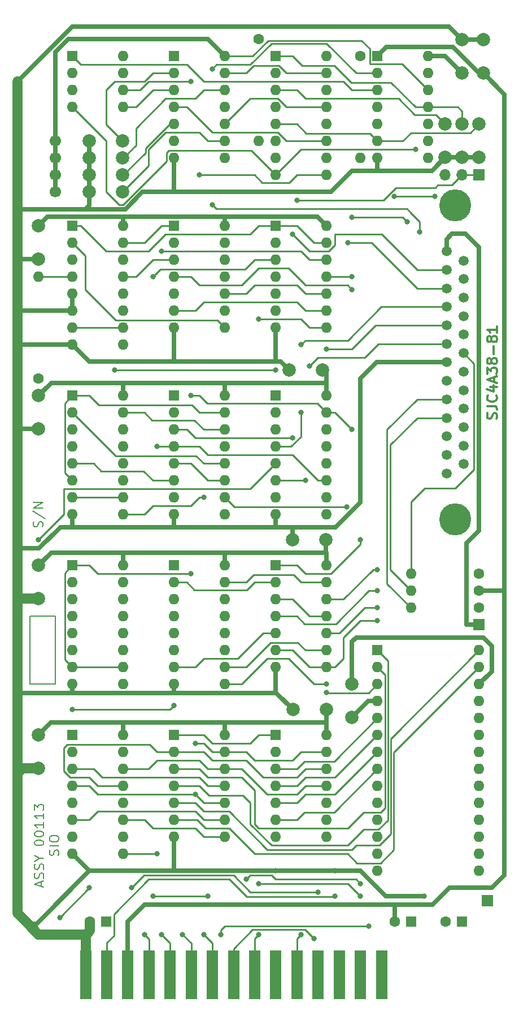
<source format=gtl>
%TF.GenerationSoftware,KiCad,Pcbnew,(6.0.0)*%
%TF.CreationDate,2022-03-13T20:59:25-04:00*%
%TF.ProjectId,Northstar SIO,4e6f7274-6873-4746-9172-2053494f2e6b,rev?*%
%TF.SameCoordinates,Original*%
%TF.FileFunction,Copper,L1,Top*%
%TF.FilePolarity,Positive*%
%FSLAX46Y46*%
G04 Gerber Fmt 4.6, Leading zero omitted, Abs format (unit mm)*
G04 Created by KiCad (PCBNEW (6.0.0)) date 2022-03-13 20:59:25*
%MOMM*%
%LPD*%
G01*
G04 APERTURE LIST*
%TA.AperFunction,NonConductor*%
%ADD10C,0.200000*%
%TD*%
%ADD11C,0.200000*%
%ADD12C,0.300000*%
%TA.AperFunction,NonConductor*%
%ADD13C,0.300000*%
%TD*%
%TA.AperFunction,ComponentPad*%
%ADD14C,1.600000*%
%TD*%
%TA.AperFunction,ComponentPad*%
%ADD15O,1.600000X1.600000*%
%TD*%
%TA.AperFunction,ComponentPad*%
%ADD16R,1.600000X1.600000*%
%TD*%
%TA.AperFunction,ComponentPad*%
%ADD17C,2.000000*%
%TD*%
%TA.AperFunction,ComponentPad*%
%ADD18C,1.500000*%
%TD*%
%TA.AperFunction,ComponentPad*%
%ADD19C,4.800000*%
%TD*%
%TA.AperFunction,ComponentPad*%
%ADD20C,1.700000*%
%TD*%
%TA.AperFunction,SMDPad,CuDef*%
%ADD21R,1.700000X7.400000*%
%TD*%
%TA.AperFunction,ComponentPad*%
%ADD22R,1.700000X1.700000*%
%TD*%
%TA.AperFunction,ComponentPad*%
%ADD23O,1.700000X1.700000*%
%TD*%
%TA.AperFunction,ViaPad*%
%ADD24C,0.800000*%
%TD*%
%TA.AperFunction,Conductor*%
%ADD25C,0.250000*%
%TD*%
%TA.AperFunction,Conductor*%
%ADD26C,0.700000*%
%TD*%
%TA.AperFunction,Conductor*%
%ADD27C,1.500000*%
%TD*%
G04 APERTURE END LIST*
D10*
X85090000Y-127635000D02*
X81280000Y-127635000D01*
X81280000Y-127635000D02*
X81280000Y-117475000D01*
X81280000Y-117475000D02*
X85090000Y-117475000D01*
X85090000Y-117475000D02*
X85090000Y-127635000D01*
D11*
D10*
X82926333Y-157898333D02*
X82926333Y-157231666D01*
X83326333Y-158031666D02*
X81926333Y-157565000D01*
X83326333Y-157098333D01*
X83259666Y-156698333D02*
X83326333Y-156498333D01*
X83326333Y-156165000D01*
X83259666Y-156031666D01*
X83193000Y-155965000D01*
X83059666Y-155898333D01*
X82926333Y-155898333D01*
X82793000Y-155965000D01*
X82726333Y-156031666D01*
X82659666Y-156165000D01*
X82593000Y-156431666D01*
X82526333Y-156565000D01*
X82459666Y-156631666D01*
X82326333Y-156698333D01*
X82193000Y-156698333D01*
X82059666Y-156631666D01*
X81993000Y-156565000D01*
X81926333Y-156431666D01*
X81926333Y-156098333D01*
X81993000Y-155898333D01*
X83259666Y-155365000D02*
X83326333Y-155165000D01*
X83326333Y-154831666D01*
X83259666Y-154698333D01*
X83193000Y-154631666D01*
X83059666Y-154565000D01*
X82926333Y-154565000D01*
X82793000Y-154631666D01*
X82726333Y-154698333D01*
X82659666Y-154831666D01*
X82593000Y-155098333D01*
X82526333Y-155231666D01*
X82459666Y-155298333D01*
X82326333Y-155365000D01*
X82193000Y-155365000D01*
X82059666Y-155298333D01*
X81993000Y-155231666D01*
X81926333Y-155098333D01*
X81926333Y-154765000D01*
X81993000Y-154565000D01*
X82659666Y-153698333D02*
X83326333Y-153698333D01*
X81926333Y-154165000D02*
X82659666Y-153698333D01*
X81926333Y-153231666D01*
X81926333Y-151431666D02*
X81926333Y-151298333D01*
X81993000Y-151165000D01*
X82059666Y-151098333D01*
X82193000Y-151031666D01*
X82459666Y-150965000D01*
X82793000Y-150965000D01*
X83059666Y-151031666D01*
X83193000Y-151098333D01*
X83259666Y-151165000D01*
X83326333Y-151298333D01*
X83326333Y-151431666D01*
X83259666Y-151565000D01*
X83193000Y-151631666D01*
X83059666Y-151698333D01*
X82793000Y-151765000D01*
X82459666Y-151765000D01*
X82193000Y-151698333D01*
X82059666Y-151631666D01*
X81993000Y-151565000D01*
X81926333Y-151431666D01*
X81926333Y-150098333D02*
X81926333Y-149965000D01*
X81993000Y-149831666D01*
X82059666Y-149765000D01*
X82193000Y-149698333D01*
X82459666Y-149631666D01*
X82793000Y-149631666D01*
X83059666Y-149698333D01*
X83193000Y-149765000D01*
X83259666Y-149831666D01*
X83326333Y-149965000D01*
X83326333Y-150098333D01*
X83259666Y-150231666D01*
X83193000Y-150298333D01*
X83059666Y-150365000D01*
X82793000Y-150431666D01*
X82459666Y-150431666D01*
X82193000Y-150365000D01*
X82059666Y-150298333D01*
X81993000Y-150231666D01*
X81926333Y-150098333D01*
X83326333Y-148298333D02*
X83326333Y-149098333D01*
X83326333Y-148698333D02*
X81926333Y-148698333D01*
X82126333Y-148831666D01*
X82259666Y-148965000D01*
X82326333Y-149098333D01*
X83326333Y-146965000D02*
X83326333Y-147765000D01*
X83326333Y-147365000D02*
X81926333Y-147365000D01*
X82126333Y-147498333D01*
X82259666Y-147631666D01*
X82326333Y-147765000D01*
X81926333Y-146498333D02*
X81926333Y-145631666D01*
X82459666Y-146098333D01*
X82459666Y-145898333D01*
X82526333Y-145765000D01*
X82593000Y-145698333D01*
X82726333Y-145631666D01*
X83059666Y-145631666D01*
X83193000Y-145698333D01*
X83259666Y-145765000D01*
X83326333Y-145898333D01*
X83326333Y-146298333D01*
X83259666Y-146431666D01*
X83193000Y-146498333D01*
X85513666Y-153231666D02*
X85580333Y-153031666D01*
X85580333Y-152698333D01*
X85513666Y-152565000D01*
X85447000Y-152498333D01*
X85313666Y-152431666D01*
X85180333Y-152431666D01*
X85047000Y-152498333D01*
X84980333Y-152565000D01*
X84913666Y-152698333D01*
X84847000Y-152965000D01*
X84780333Y-153098333D01*
X84713666Y-153165000D01*
X84580333Y-153231666D01*
X84447000Y-153231666D01*
X84313666Y-153165000D01*
X84247000Y-153098333D01*
X84180333Y-152965000D01*
X84180333Y-152631666D01*
X84247000Y-152431666D01*
X85580333Y-151831666D02*
X84180333Y-151831666D01*
X84180333Y-150898333D02*
X84180333Y-150631666D01*
X84247000Y-150498333D01*
X84380333Y-150365000D01*
X84647000Y-150298333D01*
X85113666Y-150298333D01*
X85380333Y-150365000D01*
X85513666Y-150498333D01*
X85580333Y-150631666D01*
X85580333Y-150898333D01*
X85513666Y-151031666D01*
X85380333Y-151165000D01*
X85113666Y-151231666D01*
X84647000Y-151231666D01*
X84380333Y-151165000D01*
X84247000Y-151031666D01*
X84180333Y-150898333D01*
D12*
D13*
X151229142Y-87918857D02*
X151300571Y-87704571D01*
X151300571Y-87347428D01*
X151229142Y-87204571D01*
X151157714Y-87133142D01*
X151014857Y-87061714D01*
X150872000Y-87061714D01*
X150729142Y-87133142D01*
X150657714Y-87204571D01*
X150586285Y-87347428D01*
X150514857Y-87633142D01*
X150443428Y-87776000D01*
X150372000Y-87847428D01*
X150229142Y-87918857D01*
X150086285Y-87918857D01*
X149943428Y-87847428D01*
X149872000Y-87776000D01*
X149800571Y-87633142D01*
X149800571Y-87276000D01*
X149872000Y-87061714D01*
X149800571Y-85990285D02*
X150872000Y-85990285D01*
X151086285Y-86061714D01*
X151229142Y-86204571D01*
X151300571Y-86418857D01*
X151300571Y-86561714D01*
X151157714Y-84418857D02*
X151229142Y-84490285D01*
X151300571Y-84704571D01*
X151300571Y-84847428D01*
X151229142Y-85061714D01*
X151086285Y-85204571D01*
X150943428Y-85276000D01*
X150657714Y-85347428D01*
X150443428Y-85347428D01*
X150157714Y-85276000D01*
X150014857Y-85204571D01*
X149872000Y-85061714D01*
X149800571Y-84847428D01*
X149800571Y-84704571D01*
X149872000Y-84490285D01*
X149943428Y-84418857D01*
X150300571Y-83133142D02*
X151300571Y-83133142D01*
X149729142Y-83490285D02*
X150800571Y-83847428D01*
X150800571Y-82918857D01*
X150872000Y-82418857D02*
X150872000Y-81704571D01*
X151300571Y-82561714D02*
X149800571Y-82061714D01*
X151300571Y-81561714D01*
X149800571Y-81204571D02*
X149800571Y-80276000D01*
X150372000Y-80776000D01*
X150372000Y-80561714D01*
X150443428Y-80418857D01*
X150514857Y-80347428D01*
X150657714Y-80276000D01*
X151014857Y-80276000D01*
X151157714Y-80347428D01*
X151229142Y-80418857D01*
X151300571Y-80561714D01*
X151300571Y-80990285D01*
X151229142Y-81133142D01*
X151157714Y-81204571D01*
X150443428Y-79418857D02*
X150372000Y-79561714D01*
X150300571Y-79633142D01*
X150157714Y-79704571D01*
X150086285Y-79704571D01*
X149943428Y-79633142D01*
X149872000Y-79561714D01*
X149800571Y-79418857D01*
X149800571Y-79133142D01*
X149872000Y-78990285D01*
X149943428Y-78918857D01*
X150086285Y-78847428D01*
X150157714Y-78847428D01*
X150300571Y-78918857D01*
X150372000Y-78990285D01*
X150443428Y-79133142D01*
X150443428Y-79418857D01*
X150514857Y-79561714D01*
X150586285Y-79633142D01*
X150729142Y-79704571D01*
X151014857Y-79704571D01*
X151157714Y-79633142D01*
X151229142Y-79561714D01*
X151300571Y-79418857D01*
X151300571Y-79133142D01*
X151229142Y-78990285D01*
X151157714Y-78918857D01*
X151014857Y-78847428D01*
X150729142Y-78847428D01*
X150586285Y-78918857D01*
X150514857Y-78990285D01*
X150443428Y-79133142D01*
X150729142Y-78204571D02*
X150729142Y-77061714D01*
X150443428Y-76133142D02*
X150372000Y-76276000D01*
X150300571Y-76347428D01*
X150157714Y-76418857D01*
X150086285Y-76418857D01*
X149943428Y-76347428D01*
X149872000Y-76276000D01*
X149800571Y-76133142D01*
X149800571Y-75847428D01*
X149872000Y-75704571D01*
X149943428Y-75633142D01*
X150086285Y-75561714D01*
X150157714Y-75561714D01*
X150300571Y-75633142D01*
X150372000Y-75704571D01*
X150443428Y-75847428D01*
X150443428Y-76133142D01*
X150514857Y-76276000D01*
X150586285Y-76347428D01*
X150729142Y-76418857D01*
X151014857Y-76418857D01*
X151157714Y-76347428D01*
X151229142Y-76276000D01*
X151300571Y-76133142D01*
X151300571Y-75847428D01*
X151229142Y-75704571D01*
X151157714Y-75633142D01*
X151014857Y-75561714D01*
X150729142Y-75561714D01*
X150586285Y-75633142D01*
X150514857Y-75704571D01*
X150443428Y-75847428D01*
X151300571Y-74133142D02*
X151300571Y-74990285D01*
X151300571Y-74561714D02*
X149800571Y-74561714D01*
X150014857Y-74704571D01*
X150157714Y-74847428D01*
X150229142Y-74990285D01*
D11*
D10*
X83116666Y-104101666D02*
X83183333Y-103901666D01*
X83183333Y-103568333D01*
X83116666Y-103435000D01*
X83050000Y-103368333D01*
X82916666Y-103301666D01*
X82783333Y-103301666D01*
X82650000Y-103368333D01*
X82583333Y-103435000D01*
X82516666Y-103568333D01*
X82450000Y-103835000D01*
X82383333Y-103968333D01*
X82316666Y-104035000D01*
X82183333Y-104101666D01*
X82050000Y-104101666D01*
X81916666Y-104035000D01*
X81850000Y-103968333D01*
X81783333Y-103835000D01*
X81783333Y-103501666D01*
X81850000Y-103301666D01*
X81716666Y-101701666D02*
X83516666Y-102901666D01*
X83183333Y-101235000D02*
X81783333Y-101235000D01*
X83183333Y-100435000D01*
X81783333Y-100435000D01*
D14*
%TO.P,R1,1*%
%TO.N,+5V*%
X82550000Y-81915000D03*
D15*
%TO.P,R1,2*%
%TO.N,/PUP*%
X82550000Y-66675000D03*
%TD*%
D16*
%TO.P,U2B1,1*%
%TO.N,Net-(U1B1-Pad15)*%
X102870000Y-59055000D03*
D15*
%TO.P,U2B1,2*%
%TO.N,Net-(U1B1-Pad9)*%
X102870000Y-61595000D03*
%TO.P,U2B1,3*%
%TO.N,Net-(U1B1-Pad13)*%
X102870000Y-64135000D03*
%TO.P,U2B1,4*%
%TO.N,Net-(U2B1-Pad4)*%
X102870000Y-66675000D03*
%TO.P,U2B1,5*%
%TO.N,Net-(U2B1-Pad5)*%
X102870000Y-69215000D03*
%TO.P,U2B1,6*%
%TO.N,Net-(U2B1-Pad6)*%
X102870000Y-71755000D03*
%TO.P,U2B1,7,GND*%
%TO.N,GND*%
X102870000Y-74295000D03*
%TO.P,U2B1,8*%
%TO.N,Net-(U1B1-Pad2)*%
X110490000Y-74295000D03*
%TO.P,U2B1,9*%
%TO.N,/IO 8MHz*%
X110490000Y-71755000D03*
%TO.P,U2B1,10*%
%TO.N,Net-(U2B1-Pad10)*%
X110490000Y-69215000D03*
%TO.P,U2B1,11*%
%TO.N,/{slash}BRD*%
X110490000Y-66675000D03*
%TO.P,U2B1,12*%
%TO.N,Net-(U1C1-Pad9)*%
X110490000Y-64135000D03*
%TO.P,U2B1,13*%
%TO.N,Net-(U1C1-Pad15)*%
X110490000Y-61595000D03*
%TO.P,U2B1,14,VCC*%
%TO.N,+5V*%
X110490000Y-59055000D03*
%TD*%
D17*
%TO.P,C16,1*%
%TO.N,+5V*%
X82550000Y-135255000D03*
%TO.P,C16,2*%
%TO.N,GND*%
X82550000Y-140255000D03*
%TD*%
%TO.P,C15,1*%
%TO.N,+5V*%
X125095000Y-80645000D03*
%TO.P,C15,2*%
%TO.N,GND*%
X120095000Y-80645000D03*
%TD*%
%TO.P,C13,1*%
%TO.N,GND*%
X90170000Y-51435000D03*
%TO.P,C13,2*%
%TO.N,/RCB*%
X95170000Y-51435000D03*
%TD*%
D16*
%TO.P,U3D1,1*%
%TO.N,Net-(U3D1-Pad1)*%
X118110000Y-109855000D03*
D15*
%TO.P,U3D1,2*%
%TO.N,/INT 2*%
X118110000Y-112395000D03*
%TO.P,U3D1,3*%
%TO.N,/{slash}IO INT*%
X118110000Y-114935000D03*
%TO.P,U3D1,4*%
%TO.N,Net-(U3D1-Pad4)*%
X118110000Y-117475000D03*
%TO.P,U3D1,5*%
%TO.N,/INT 3*%
X118110000Y-120015000D03*
%TO.P,U3D1,6*%
%TO.N,/{slash}IO INT*%
X118110000Y-122555000D03*
%TO.P,U3D1,7,GND*%
%TO.N,GND*%
X118110000Y-125095000D03*
%TO.P,U3D1,8*%
%TO.N,/{slash}IO INT*%
X125730000Y-125095000D03*
%TO.P,U3D1,9*%
%TO.N,/INT 1*%
X125730000Y-122555000D03*
%TO.P,U3D1,10*%
%TO.N,Net-(U3D1-Pad10)*%
X125730000Y-120015000D03*
%TO.P,U3D1,11*%
%TO.N,/{slash}IO INT*%
X125730000Y-117475000D03*
%TO.P,U3D1,12*%
%TO.N,Net-(U3D1-Pad12)*%
X125730000Y-114935000D03*
%TO.P,U3D1,13*%
%TO.N,/INT 0*%
X125730000Y-112395000D03*
%TO.P,U3D1,14,VCC*%
%TO.N,+5V*%
X125730000Y-109855000D03*
%TD*%
D17*
%TO.P,C11,1*%
%TO.N,GND*%
X90170000Y-46355000D03*
%TO.P,C11,2*%
%TO.N,/RCA*%
X95170000Y-46355000D03*
%TD*%
D16*
%TO.P,U2E1,1,OEa*%
%TO.N,Net-(U2E1-Pad1)*%
X102870000Y-135255000D03*
D15*
%TO.P,U2E1,2*%
%TO.N,/IO5*%
X102870000Y-137795000D03*
%TO.P,U2E1,3,A0*%
%TO.N,/U3*%
X102870000Y-140335000D03*
%TO.P,U2E1,4,A1*%
%TO.N,/U2*%
X102870000Y-142875000D03*
%TO.P,U2E1,5,A2*%
%TO.N,/U1*%
X102870000Y-145415000D03*
%TO.P,U2E1,6,A3*%
%TO.N,/U0*%
X102870000Y-147955000D03*
%TO.P,U2E1,7,GND*%
%TO.N,GND*%
X102870000Y-150495000D03*
%TO.P,U2E1,8,B3*%
%TO.N,/IO0*%
X110490000Y-150495000D03*
%TO.P,U2E1,9,B2*%
%TO.N,/IO1*%
X110490000Y-147955000D03*
%TO.P,U2E1,10,B1*%
%TO.N,/IO2*%
X110490000Y-145415000D03*
%TO.P,U2E1,11,B0*%
%TO.N,/IO3*%
X110490000Y-142875000D03*
%TO.P,U2E1,12*%
%TO.N,/IO4*%
X110490000Y-140335000D03*
%TO.P,U2E1,13*%
%TO.N,Net-(U2E1-Pad13)*%
X110490000Y-137795000D03*
%TO.P,U2E1,14*%
%TO.N,+5V*%
X110490000Y-135255000D03*
%TD*%
D16*
%TO.P,U2A1,1,IN_A*%
%TO.N,Net-(J1A1-Pad7)*%
X102870000Y-33655000D03*
D15*
%TO.P,U2A1,2,RESPONSE_COTROL_A*%
%TO.N,/RCA*%
X102870000Y-36195000D03*
%TO.P,U2A1,3,OUT_A*%
%TO.N,Net-(J1A1-Pad5)*%
X102870000Y-38735000D03*
%TO.P,U2A1,4,IN_B*%
%TO.N,Net-(J3A1-Pad11)*%
X102870000Y-41275000D03*
%TO.P,U2A1,5,RESPONSE_COTROL_B*%
%TO.N,/RCB*%
X102870000Y-43815000D03*
%TO.P,U2A1,6,OUT_B*%
%TO.N,Net-(U2A1-Pad6)*%
X102870000Y-46355000D03*
%TO.P,U2A1,7,GND*%
%TO.N,GND*%
X102870000Y-48895000D03*
%TO.P,U2A1,8,OUT_C*%
%TO.N,Net-(U2A1-Pad8)*%
X110490000Y-48895000D03*
%TO.P,U2A1,9,RESPONSE_COTROL_C*%
%TO.N,/RCC*%
X110490000Y-46355000D03*
%TO.P,U2A1,10,IN_C*%
%TO.N,Net-(J3A1-Pad13)*%
X110490000Y-43815000D03*
%TO.P,U2A1,11,OUT_D*%
%TO.N,Net-(U2A1-Pad11)*%
X110490000Y-41275000D03*
%TO.P,U2A1,12,RESPONSE_COTROL_D*%
%TO.N,/RCD*%
X110490000Y-38735000D03*
%TO.P,U2A1,13,IN_D*%
%TO.N,Net-(J3A1-Pad15)*%
X110490000Y-36195000D03*
%TO.P,U2A1,14,VCC*%
%TO.N,+5V*%
X110490000Y-33655000D03*
%TD*%
D18*
%TO.P,J1,1,1*%
%TO.N,/Protective Gnd*%
X143706000Y-62845000D03*
%TO.P,J1,2,2*%
%TO.N,TxD*%
X143706000Y-65615000D03*
%TO.P,J1,3,3*%
%TO.N,Net-(J1-Pad3)*%
X143706000Y-68385000D03*
%TO.P,J1,4,4*%
%TO.N,Net-(J1-Pad4)*%
X143706000Y-71155000D03*
%TO.P,J1,5,5*%
%TO.N,Net-(J1-Pad5)*%
X143706000Y-73925000D03*
%TO.P,J1,6,6*%
%TO.N,Net-(J1-Pad6)*%
X143706000Y-76695000D03*
%TO.P,J1,7,7*%
%TO.N,GND*%
X143706000Y-79465000D03*
%TO.P,J1,8,8*%
%TO.N,Net-(J1-Pad8)*%
X143706000Y-82235000D03*
%TO.P,J1,9,9*%
%TO.N,Net-(J1-Pad9)*%
X143706000Y-85005000D03*
%TO.P,J1,10,10*%
%TO.N,Net-(J1-Pad10)*%
X143706000Y-87775000D03*
%TO.P,J1,11,11*%
%TO.N,unconnected-(J1-Pad11)*%
X143706000Y-90545000D03*
%TO.P,J1,12,12*%
%TO.N,unconnected-(J1-Pad12)*%
X143706000Y-93315000D03*
%TO.P,J1,13,13*%
%TO.N,unconnected-(J1-Pad13)*%
X143706000Y-96085000D03*
%TO.P,J1,14,P14*%
%TO.N,unconnected-(J1-Pad14)*%
X146246000Y-64230000D03*
%TO.P,J1,15,P15*%
%TO.N,unconnected-(J1-Pad15)*%
X146246000Y-67000000D03*
%TO.P,J1,16,P16*%
%TO.N,unconnected-(J1-Pad16)*%
X146246000Y-69770000D03*
%TO.P,J1,17,P17*%
%TO.N,Net-(J1-Pad17)*%
X146246000Y-72540000D03*
%TO.P,J1,18,P18*%
%TO.N,unconnected-(J1-Pad18)*%
X146246000Y-75310000D03*
%TO.P,J1,19,P19*%
%TO.N,/C*%
X146246000Y-78080000D03*
%TO.P,J1,20,P20*%
%TO.N,Net-(J3A1-Pad4)*%
X146246000Y-80850000D03*
%TO.P,J1,21,P21*%
%TO.N,unconnected-(J1-Pad21)*%
X146246000Y-83620000D03*
%TO.P,J1,22,P22*%
%TO.N,unconnected-(J1-Pad22)*%
X146246000Y-86390000D03*
%TO.P,J1,23,P23*%
%TO.N,unconnected-(J1-Pad23)*%
X146246000Y-89160000D03*
%TO.P,J1,24,P24*%
%TO.N,Net-(J1-Pad24)*%
X146246000Y-91930000D03*
%TO.P,J1,25,P25*%
%TO.N,unconnected-(J1-Pad25)*%
X146246000Y-94700000D03*
D19*
%TO.P,J1,MH1*%
%TO.N,N/C*%
X144976000Y-55945000D03*
%TO.P,J1,MH2*%
X144976000Y-102985000D03*
%TD*%
D16*
%TO.P,U4A1,1,VCC-*%
%TO.N,-12V*%
X133350000Y-33655000D03*
D15*
%TO.P,U4A1,2,1A*%
%TO.N,Net-(J1A1-Pad3)*%
X133350000Y-36195000D03*
%TO.P,U4A1,3,1Y*%
%TO.N,Net-(J1A1-Pad1)*%
X133350000Y-38735000D03*
%TO.P,U4A1,4,2A*%
%TO.N,Net-(R5-Pad1)*%
X133350000Y-41275000D03*
%TO.P,U4A1,5,2B*%
%TO.N,Net-(R5-Pad2)*%
X133350000Y-43815000D03*
%TO.P,U4A1,6,2Y*%
%TO.N,Net-(C4-Pad1)*%
X133350000Y-46355000D03*
%TO.P,U4A1,7,GND*%
%TO.N,GND*%
X133350000Y-48895000D03*
%TO.P,U4A1,8,3Y*%
%TO.N,Net-(C5-Pad1)*%
X140970000Y-48895000D03*
%TO.P,U4A1,9,3A*%
%TO.N,Net-(U4A1-Pad10)*%
X140970000Y-46355000D03*
%TO.P,U4A1,10,3B*%
X140970000Y-43815000D03*
%TO.P,U4A1,11,4Y*%
%TO.N,Net-(C6-Pad1)*%
X140970000Y-41275000D03*
%TO.P,U4A1,12,4A*%
%TO.N,+5V*%
X140970000Y-38735000D03*
%TO.P,U4A1,13,4B*%
%TO.N,Net-(U4A1-Pad13)*%
X140970000Y-36195000D03*
%TO.P,U4A1,14,VCC_+*%
%TO.N,+12V*%
X140970000Y-33655000D03*
%TD*%
D17*
%TO.P,C8,1*%
%TO.N,+5V*%
X129540000Y-127635000D03*
%TO.P,C8,2*%
%TO.N,GND*%
X129540000Y-132635000D03*
%TD*%
%TO.P,C7,1*%
%TO.N,-12V*%
X149225000Y-36195000D03*
%TO.P,C7,2*%
%TO.N,GND*%
X149225000Y-31195000D03*
%TD*%
%TO.P,C10,1*%
%TO.N,+5V*%
X125650000Y-106045000D03*
%TO.P,C10,2*%
%TO.N,GND*%
X120650000Y-106045000D03*
%TD*%
D16*
%TO.P,C3,1*%
%TO.N,+5V*%
X92710000Y-163195000D03*
D14*
%TO.P,C3,2*%
%TO.N,GND*%
X90210000Y-163195000D03*
%TD*%
D17*
%TO.P,C19,1*%
%TO.N,+5V*%
X82550000Y-59055000D03*
%TO.P,C19,2*%
%TO.N,GND*%
X82550000Y-64055000D03*
%TD*%
D16*
%TO.P,U2D1,1,~{Mr}*%
%TO.N,/{slash}BIO RES*%
X102870000Y-109855000D03*
D15*
%TO.P,U2D1,2,Q0*%
%TO.N,/INT 2*%
X102870000Y-112395000D03*
%TO.P,U2D1,3,~{Q0}*%
%TO.N,unconnected-(U2D1-Pad3)*%
X102870000Y-114935000D03*
%TO.P,U2D1,4,D0*%
%TO.N,/IO2*%
X102870000Y-117475000D03*
%TO.P,U2D1,5,D1*%
%TO.N,/IO3*%
X102870000Y-120015000D03*
%TO.P,U2D1,6,~{Q1}*%
%TO.N,unconnected-(U2D1-Pad6)*%
X102870000Y-122555000D03*
%TO.P,U2D1,7,Q1*%
%TO.N,/INT 3*%
X102870000Y-125095000D03*
%TO.P,U2D1,8,GND*%
%TO.N,GND*%
X102870000Y-127635000D03*
%TO.P,U2D1,9,Cp*%
%TO.N,Net-(U2D1-Pad9)*%
X110490000Y-127635000D03*
%TO.P,U2D1,10,Q2*%
%TO.N,/INT 1*%
X110490000Y-125095000D03*
%TO.P,U2D1,11,~{Q2}*%
%TO.N,unconnected-(U2D1-Pad11)*%
X110490000Y-122555000D03*
%TO.P,U2D1,12,D2*%
%TO.N,/IO1*%
X110490000Y-120015000D03*
%TO.P,U2D1,13,D3*%
%TO.N,/IO0*%
X110490000Y-117475000D03*
%TO.P,U2D1,14,~{Q3}*%
%TO.N,unconnected-(U2D1-Pad14)*%
X110490000Y-114935000D03*
%TO.P,U2D1,15,Q3*%
%TO.N,/INT 0*%
X110490000Y-112395000D03*
%TO.P,U2D1,16,VCC*%
%TO.N,+5V*%
X110490000Y-109855000D03*
%TD*%
D17*
%TO.P,C5,1*%
%TO.N,Net-(C5-Pad1)*%
X143510000Y-43815000D03*
%TO.P,C5,2*%
%TO.N,GND*%
X143510000Y-48815000D03*
%TD*%
%TO.P,C6,1*%
%TO.N,Net-(C6-Pad1)*%
X146050000Y-43815000D03*
%TO.P,C6,2*%
%TO.N,GND*%
X146050000Y-48815000D03*
%TD*%
D20*
%TO.P,REF\u002A\u002A,1*%
%TO.N,+5V*%
X85090000Y-53975000D03*
%TD*%
D16*
%TO.P,C1,1*%
%TO.N,GND*%
X138430000Y-163195000D03*
D14*
%TO.P,C1,2*%
%TO.N,-12V*%
X135930000Y-163195000D03*
%TD*%
D17*
%TO.P,C4,1*%
%TO.N,Net-(C4-Pad1)*%
X148590000Y-43815000D03*
%TO.P,C4,2*%
%TO.N,GND*%
X148590000Y-48815000D03*
%TD*%
%TO.P,C20,1*%
%TO.N,+12V*%
X146050000Y-36195000D03*
%TO.P,C20,2*%
%TO.N,GND*%
X146050000Y-31195000D03*
%TD*%
D20*
%TO.P,REF\u002A\u002A,1*%
%TO.N,+5V*%
X85090000Y-48895000D03*
%TD*%
D14*
%TO.P,R3,1*%
%TO.N,-12V*%
X148590000Y-113665000D03*
D15*
%TO.P,R3,2*%
%TO.N,Net-(J1-Pad10)*%
X138430000Y-113665000D03*
%TD*%
D14*
%TO.P,R4,1*%
%TO.N,+12V*%
X148590000Y-111125000D03*
D15*
%TO.P,R4,2*%
%TO.N,/C*%
X138430000Y-111125000D03*
%TD*%
D16*
%TO.P,U1E1,1,~{Mr}*%
%TO.N,/{slash}BIO RES*%
X87630000Y-135255000D03*
D15*
%TO.P,U1E1,2,Q0*%
%TO.N,Net-(U1D1-Pad6)*%
X87630000Y-137795000D03*
%TO.P,U1E1,3,D0*%
%TO.N,/IO3*%
X87630000Y-140335000D03*
%TO.P,U1E1,4,D1*%
%TO.N,/IO2*%
X87630000Y-142875000D03*
%TO.P,U1E1,5,Q1*%
%TO.N,Net-(U1D1-Pad5)*%
X87630000Y-145415000D03*
%TO.P,U1E1,6,D2*%
%TO.N,/IO1*%
X87630000Y-147955000D03*
%TO.P,U1E1,7,Q2*%
%TO.N,Net-(U1D1-Pad4)*%
X87630000Y-150495000D03*
%TO.P,U1E1,8,GND*%
%TO.N,GND*%
X87630000Y-153035000D03*
%TO.P,U1E1,9,Cp*%
%TO.N,Net-(U1E1-Pad9)*%
X95250000Y-153035000D03*
%TO.P,U1E1,10,Q3*%
%TO.N,Net-(U1D1-Pad3)*%
X95250000Y-150495000D03*
%TO.P,U1E1,11,D3*%
%TO.N,/IO0*%
X95250000Y-147955000D03*
%TO.P,U1E1,12,Q4*%
%TO.N,Net-(U1C1-Pad4)*%
X95250000Y-145415000D03*
%TO.P,U1E1,13,D4*%
%TO.N,/IO5*%
X95250000Y-142875000D03*
%TO.P,U1E1,14,D5*%
%TO.N,/IO4*%
X95250000Y-140335000D03*
%TO.P,U1E1,15,Q5*%
%TO.N,Net-(U1C1-Pad3)*%
X95250000Y-137795000D03*
%TO.P,U1E1,16,VCC*%
%TO.N,+5V*%
X95250000Y-135255000D03*
%TD*%
D21*
%TO.P,J2,2,Pin_2*%
%TO.N,unconnected-(J2-Pad2)*%
X133964400Y-171135000D03*
%TO.P,J2,4,Pin_4*%
%TO.N,unconnected-(J2-Pad4)*%
X130795600Y-171135000D03*
%TO.P,J2,6,Pin_6*%
%TO.N,unconnected-(J2-Pad6)*%
X127626700Y-171135000D03*
%TO.P,J2,8,Pin_8*%
%TO.N,unconnected-(J2-Pad8)*%
X124457800Y-171135000D03*
%TO.P,J2,10,Pin_10*%
%TO.N,/IO A3*%
X121288900Y-171135000D03*
%TO.P,J2,12,Pin_12*%
%TO.N,unconnected-(J2-Pad12)*%
X118120000Y-171135000D03*
%TO.P,J2,14,Pin_14*%
%TO.N,/IO A0*%
X114951100Y-171135000D03*
%TO.P,J2,16,Pin_16*%
%TO.N,/{slash}BWR*%
X111782200Y-171135000D03*
%TO.P,J2,18,Pin_18*%
%TO.N,/{slash}BIO RES*%
X108613300Y-171135000D03*
%TO.P,J2,20,Pin_20*%
%TO.N,/IO4*%
X105444400Y-171135000D03*
%TO.P,J2,22,Pin_22*%
%TO.N,/IO5*%
X102275600Y-171135000D03*
%TO.P,J2,24,Pin_24*%
%TO.N,/IO1*%
X99106700Y-171135000D03*
%TO.P,J2,26,Pin_26*%
%TO.N,-12V*%
X95937780Y-171135000D03*
%TO.P,J2,28,Pin_28*%
%TO.N,/IO7*%
X92768890Y-171135000D03*
%TO.P,J2,30,Pin_30*%
%TO.N,GND*%
X89600000Y-171135000D03*
%TD*%
D16*
%TO.P,U3C1,1,A0*%
%TO.N,/IO A1*%
X118110000Y-84455000D03*
D15*
%TO.P,U3C1,2,A1*%
%TO.N,/IO A2*%
X118110000Y-86995000D03*
%TO.P,U3C1,3,A2*%
%TO.N,/IO A3*%
X118110000Y-89535000D03*
%TO.P,U3C1,4,E1*%
%TO.N,GND*%
X118110000Y-92075000D03*
%TO.P,U3C1,5,E2*%
%TO.N,/{slash}SELECT*%
X118110000Y-94615000D03*
%TO.P,U3C1,6,E3*%
%TO.N,Net-(U3B1-Pad6)*%
X118110000Y-97155000D03*
%TO.P,U3C1,7,O7*%
%TO.N,unconnected-(U3C1-Pad7)*%
X118110000Y-99695000D03*
%TO.P,U3C1,8,GND*%
%TO.N,GND*%
X118110000Y-102235000D03*
%TO.P,U3C1,9,O6*%
%TO.N,unconnected-(U3C1-Pad9)*%
X125730000Y-102235000D03*
%TO.P,U3C1,10,O5*%
%TO.N,Net-(U2D1-Pad9)*%
X125730000Y-99695000D03*
%TO.P,U3C1,11,O4*%
%TO.N,Net-(U1E1-Pad9)*%
X125730000Y-97155000D03*
%TO.P,U3C1,12,O3*%
%TO.N,unconnected-(U3C1-Pad12)*%
X125730000Y-94615000D03*
%TO.P,U3C1,13,O2*%
%TO.N,unconnected-(U3C1-Pad13)*%
X125730000Y-92075000D03*
%TO.P,U3C1,14,O1*%
%TO.N,unconnected-(U3C1-Pad14)*%
X125730000Y-89535000D03*
%TO.P,U3C1,15,O0*%
%TO.N,Net-(U2B1-Pad5)*%
X125730000Y-86995000D03*
%TO.P,U3C1,16,VCC*%
%TO.N,+5V*%
X125730000Y-84455000D03*
%TD*%
D22*
%TO.P,P.GND,1*%
%TO.N,/Protective Gnd*%
X148590000Y-118745000D03*
%TD*%
D17*
%TO.P,C9,1*%
%TO.N,+5V*%
X125690000Y-131445000D03*
%TO.P,C9,2*%
%TO.N,GND*%
X120690000Y-131445000D03*
%TD*%
D20*
%TO.P,REF\u002A\u002A,1*%
%TO.N,+5V*%
X85090000Y-51435000D03*
%TD*%
D17*
%TO.P,C14,1*%
%TO.N,GND*%
X90170000Y-53975000D03*
%TO.P,C14,2*%
%TO.N,/RCC*%
X95170000Y-53975000D03*
%TD*%
D20*
%TO.P,REF\u002A\u002A,1*%
%TO.N,+5V*%
X85090000Y-46355000D03*
%TD*%
D14*
%TO.P,R5,1*%
%TO.N,Net-(R5-Pad1)*%
X130810000Y-33655000D03*
D15*
%TO.P,R5,2*%
%TO.N,Net-(R5-Pad2)*%
X130810000Y-48895000D03*
%TD*%
D14*
%TO.P,R2,1*%
%TO.N,+12V*%
X148590000Y-116205000D03*
D15*
%TO.P,R2,2*%
%TO.N,Net-(J1-Pad9)*%
X138430000Y-116205000D03*
%TD*%
D22*
%TO.P,W1,1,Pin_1*%
%TO.N,Net-(J3A1-Pad4)*%
X148590000Y-51435000D03*
D23*
%TO.P,W1,2,Pin_2*%
X146050000Y-51435000D03*
%TO.P,W1,3,Pin_3*%
%TO.N,/C*%
X143510000Y-51435000D03*
%TD*%
D16*
%TO.P,C2,1*%
%TO.N,+12V*%
X146050000Y-163195000D03*
D14*
%TO.P,C2,2*%
%TO.N,GND*%
X143550000Y-163195000D03*
%TD*%
D16*
%TO.P,U4E1,1,D2*%
%TO.N,/U2*%
X133350000Y-122555000D03*
D15*
%TO.P,U4E1,2,D3*%
%TO.N,/U3*%
X133350000Y-125095000D03*
%TO.P,U4E1,3,RXD*%
%TO.N,Net-(U2A1-Pad6)*%
X133350000Y-127635000D03*
%TO.P,U4E1,4,GND*%
%TO.N,GND*%
X133350000Y-130175000D03*
%TO.P,U4E1,5,D4*%
%TO.N,/U4*%
X133350000Y-132715000D03*
%TO.P,U4E1,6,D5*%
%TO.N,/U5*%
X133350000Y-135255000D03*
%TO.P,U4E1,7,D6*%
%TO.N,/U6*%
X133350000Y-137795000D03*
%TO.P,U4E1,8,D7*%
%TO.N,/U7*%
X133350000Y-140335000D03*
%TO.P,U4E1,9,~{TXC}*%
%TO.N,Net-(J1A1-Pad6)*%
X133350000Y-142875000D03*
%TO.P,U4E1,10,~{WR}*%
%TO.N,/{slash}BWR*%
X133350000Y-145415000D03*
%TO.P,U4E1,11,~{CS}*%
%TO.N,Net-(U2B1-Pad5)*%
X133350000Y-147955000D03*
%TO.P,U4E1,12,C/~{D}*%
%TO.N,/IO A0*%
X133350000Y-150495000D03*
%TO.P,U4E1,13,~{RD}*%
%TO.N,Net-(U2E1-Pad1)*%
X133350000Y-153035000D03*
%TO.P,U4E1,14,RXRDY*%
%TO.N,Net-(U3D1-Pad1)*%
X133350000Y-155575000D03*
%TO.P,U4E1,15,TXRDY*%
%TO.N,Net-(U3D1-Pad10)*%
X148590000Y-155575000D03*
%TO.P,U4E1,16,SYNDET*%
%TO.N,Net-(U3D1-Pad4)*%
X148590000Y-153035000D03*
%TO.P,U4E1,17,~{CTS}*%
%TO.N,Net-(U2A1-Pad8)*%
X148590000Y-150495000D03*
%TO.P,U4E1,18,TXE*%
%TO.N,Net-(U3D1-Pad12)*%
X148590000Y-147955000D03*
%TO.P,U4E1,19,TXD*%
%TO.N,Net-(R5-Pad1)*%
X148590000Y-145415000D03*
%TO.P,U4E1,20,CLK*%
%TO.N,Net-(U2B1-Pad4)*%
X148590000Y-142875000D03*
%TO.P,U4E1,21,RESET*%
%TO.N,Net-(U3B1-Pad11)*%
X148590000Y-140335000D03*
%TO.P,U4E1,22,~{DSR}*%
%TO.N,Net-(U2A1-Pad11)*%
X148590000Y-137795000D03*
%TO.P,U4E1,23,~{RTS}*%
%TO.N,Net-(U4A1-Pad13)*%
X148590000Y-135255000D03*
%TO.P,U4E1,24,~{DTR}*%
%TO.N,Net-(U4A1-Pad10)*%
X148590000Y-132715000D03*
%TO.P,U4E1,25,~{RXC}*%
%TO.N,RxClock*%
X148590000Y-130175000D03*
%TO.P,U4E1,26,VCC*%
%TO.N,+5V*%
X148590000Y-127635000D03*
%TO.P,U4E1,27,D0*%
%TO.N,/U0*%
X148590000Y-125095000D03*
%TO.P,U4E1,28,D1*%
%TO.N,/U1*%
X148590000Y-122555000D03*
%TD*%
D16*
%TO.P,U1C1,1,~{MR}*%
%TO.N,/PUP*%
X87630000Y-84455000D03*
D15*
%TO.P,U1C1,2,CP*%
%TO.N,/615KHz*%
X87630000Y-86995000D03*
%TO.P,U1C1,3,D0*%
%TO.N,Net-(U1C1-Pad3)*%
X87630000Y-89535000D03*
%TO.P,U1C1,4,D1*%
%TO.N,Net-(U1C1-Pad4)*%
X87630000Y-92075000D03*
%TO.P,U1C1,5,D2*%
%TO.N,Net-(U1C1-Pad5)*%
X87630000Y-94615000D03*
%TO.P,U1C1,6,D3*%
%TO.N,/PUP*%
X87630000Y-97155000D03*
%TO.P,U1C1,7,CEP*%
%TO.N,Net-(U1C1-Pad10)*%
X87630000Y-99695000D03*
%TO.P,U1C1,8,GND*%
%TO.N,GND*%
X87630000Y-102235000D03*
%TO.P,U1C1,9,~{PE}*%
%TO.N,Net-(U1C1-Pad9)*%
X95250000Y-102235000D03*
%TO.P,U1C1,10,CET*%
%TO.N,Net-(U1C1-Pad10)*%
X95250000Y-99695000D03*
%TO.P,U1C1,11,Q3*%
%TO.N,unconnected-(U1C1-Pad11)*%
X95250000Y-97155000D03*
%TO.P,U1C1,12,Q2*%
%TO.N,unconnected-(U1C1-Pad12)*%
X95250000Y-94615000D03*
%TO.P,U1C1,13,Q1*%
%TO.N,unconnected-(U1C1-Pad13)*%
X95250000Y-92075000D03*
%TO.P,U1C1,14,Q0*%
%TO.N,unconnected-(U1C1-Pad14)*%
X95250000Y-89535000D03*
%TO.P,U1C1,15,TC*%
%TO.N,Net-(U1C1-Pad15)*%
X95250000Y-86995000D03*
%TO.P,U1C1,16,VCC*%
%TO.N,+5V*%
X95250000Y-84455000D03*
%TD*%
D17*
%TO.P,C18,1*%
%TO.N,+5V*%
X82550000Y-84455000D03*
%TO.P,C18,2*%
%TO.N,GND*%
X82550000Y-89455000D03*
%TD*%
%TO.P,C17,1*%
%TO.N,+5V*%
X82550000Y-109855000D03*
%TO.P,C17,2*%
%TO.N,GND*%
X82550000Y-114855000D03*
%TD*%
D16*
%TO.P,U3E1,1,OEa*%
%TO.N,Net-(U2E1-Pad1)*%
X118110000Y-135255000D03*
D15*
%TO.P,U3E1,2*%
%TO.N,N/C*%
X118110000Y-137795000D03*
%TO.P,U3E1,3,A0*%
%TO.N,/U4*%
X118110000Y-140335000D03*
%TO.P,U3E1,4,A1*%
%TO.N,/U5*%
X118110000Y-142875000D03*
%TO.P,U3E1,5,A2*%
%TO.N,/U6*%
X118110000Y-145415000D03*
%TO.P,U3E1,6,A3*%
%TO.N,/U7*%
X118110000Y-147955000D03*
%TO.P,U3E1,7,GND*%
%TO.N,GND*%
X118110000Y-150495000D03*
%TO.P,U3E1,8,B3*%
%TO.N,/IO7*%
X125730000Y-150495000D03*
%TO.P,U3E1,9,B2*%
%TO.N,/IO6*%
X125730000Y-147955000D03*
%TO.P,U3E1,10,B1*%
%TO.N,/IO5*%
X125730000Y-145415000D03*
%TO.P,U3E1,11,B0*%
%TO.N,/IO4*%
X125730000Y-142875000D03*
%TO.P,U3E1,12*%
%TO.N,/IO5*%
X125730000Y-140335000D03*
%TO.P,U3E1,13*%
%TO.N,Net-(U2E1-Pad13)*%
X125730000Y-137795000D03*
%TO.P,U3E1,14*%
%TO.N,+5V*%
X125730000Y-135255000D03*
%TD*%
D22*
%TO.P,GND,1*%
%TO.N,GND*%
X149860000Y-160020000D03*
%TD*%
D16*
%TO.P,U3B1,1*%
%TO.N,/PUP*%
X118110000Y-59055000D03*
D15*
%TO.P,U3B1,2*%
%TO.N,/{slash}BWR*%
X118110000Y-61595000D03*
%TO.P,U3B1,3*%
%TO.N,Net-(U2E1-Pad13)*%
X118110000Y-64135000D03*
%TO.P,U3B1,4*%
%TO.N,/{slash}BWR*%
X118110000Y-66675000D03*
%TO.P,U3B1,5*%
%TO.N,/IO A3*%
X118110000Y-69215000D03*
%TO.P,U3B1,6*%
%TO.N,Net-(U3B1-Pad6)*%
X118110000Y-71755000D03*
%TO.P,U3B1,7,GND*%
%TO.N,GND*%
X118110000Y-74295000D03*
%TO.P,U3B1,8*%
%TO.N,Net-(U2E1-Pad1)*%
X125730000Y-74295000D03*
%TO.P,U3B1,9*%
%TO.N,Net-(U2B1-Pad6)*%
X125730000Y-71755000D03*
%TO.P,U3B1,10*%
%TO.N,Net-(U2B1-Pad10)*%
X125730000Y-69215000D03*
%TO.P,U3B1,11*%
%TO.N,Net-(U3B1-Pad11)*%
X125730000Y-66675000D03*
%TO.P,U3B1,12*%
%TO.N,/{slash}BIO RES*%
X125730000Y-64135000D03*
%TO.P,U3B1,13*%
%TO.N,/PUP*%
X125730000Y-61595000D03*
%TO.P,U3B1,14,VCC*%
%TO.N,+5V*%
X125730000Y-59055000D03*
%TD*%
D16*
%TO.P,J1A1,1,Pin_1*%
%TO.N,Net-(J1A1-Pad1)*%
X87630000Y-33655000D03*
D15*
%TO.P,J1A1,2,Pin_2*%
%TO.N,Net-(J1-Pad24)*%
X87630000Y-36195000D03*
%TO.P,J1A1,3,Pin_3*%
%TO.N,Net-(J1A1-Pad3)*%
X87630000Y-38735000D03*
%TO.P,J1A1,4,Pin_4*%
%TO.N,RxClock*%
X87630000Y-41275000D03*
%TO.P,J1A1,5,Pin_5*%
%TO.N,Net-(J1A1-Pad5)*%
X95250000Y-41275000D03*
%TO.P,J1A1,6,Pin_6*%
%TO.N,Net-(J1A1-Pad6)*%
X95250000Y-38735000D03*
%TO.P,J1A1,7,Pin_7*%
%TO.N,Net-(J1A1-Pad7)*%
X95250000Y-36195000D03*
%TO.P,J1A1,8,Pin_8*%
%TO.N,Net-(J1-Pad17)*%
X95250000Y-33655000D03*
%TD*%
D16*
%TO.P,J3A1,1,Pin_1*%
%TO.N,Net-(C6-Pad1)*%
X118110000Y-33655000D03*
D15*
%TO.P,J3A1,2,Pin_2*%
%TO.N,Net-(J1-Pad4)*%
X118110000Y-36195000D03*
%TO.P,J3A1,3,Pin_3*%
%TO.N,Net-(C5-Pad1)*%
X118110000Y-38735000D03*
%TO.P,J3A1,4,Pin_4*%
%TO.N,Net-(J3A1-Pad4)*%
X118110000Y-41275000D03*
%TO.P,J3A1,5,Pin_5*%
%TO.N,Net-(C4-Pad1)*%
X118110000Y-43815000D03*
%TO.P,J3A1,6,Pin_6*%
%TO.N,TxD*%
X118110000Y-46355000D03*
%TO.P,J3A1,7,Pin_7*%
%TO.N,Net-(J1-Pad2)*%
X118110000Y-48895000D03*
%TO.P,J3A1,8,Pin_8*%
%TO.N,RxClock*%
X118110000Y-51435000D03*
%TO.P,J3A1,9,Pin_9*%
%TO.N,Net-(J1A1-Pad6)*%
X125730000Y-51435000D03*
%TO.P,J3A1,10,Pin_10*%
%TO.N,Net-(J1-Pad8)*%
X125730000Y-48895000D03*
%TO.P,J3A1,11,Pin_11*%
%TO.N,Net-(J3A1-Pad11)*%
X125730000Y-46355000D03*
%TO.P,J3A1,12,Pin_12*%
%TO.N,Net-(J1-Pad3)*%
X125730000Y-43815000D03*
%TO.P,J3A1,13,Pin_13*%
%TO.N,Net-(J3A1-Pad13)*%
X125730000Y-41275000D03*
%TO.P,J3A1,14,Pin_14*%
%TO.N,Net-(J1-Pad5)*%
X125730000Y-38735000D03*
%TO.P,J3A1,15,Pin_15*%
%TO.N,Net-(J3A1-Pad15)*%
X125730000Y-36195000D03*
%TO.P,J3A1,16,Pin_16*%
%TO.N,Net-(J1-Pad6)*%
X125730000Y-33655000D03*
%TD*%
D14*
%TO.P,R6,1*%
%TO.N,+12V*%
X115570000Y-31115000D03*
D15*
%TO.P,R6,2*%
%TO.N,Net-(J1-Pad2)*%
X115570000Y-46355000D03*
%TD*%
D17*
%TO.P,C12,1*%
%TO.N,GND*%
X90170000Y-48895000D03*
%TO.P,C12,2*%
%TO.N,/RCD*%
X95170000Y-48895000D03*
%TD*%
D16*
%TO.P,U2C1,1,~{R}*%
%TO.N,/{slash}BIO RES*%
X102870000Y-84455000D03*
D15*
%TO.P,U2C1,2,J*%
%TO.N,/IO6*%
X102870000Y-86995000D03*
%TO.P,U2C1,3,~{K}*%
X102870000Y-89535000D03*
%TO.P,U2C1,4,C*%
%TO.N,Net-(U1E1-Pad9)*%
X102870000Y-92075000D03*
%TO.P,U2C1,5,~{S}*%
%TO.N,/PUP*%
X102870000Y-94615000D03*
%TO.P,U2C1,6,Q*%
%TO.N,Net-(U1C1-Pad5)*%
X102870000Y-97155000D03*
%TO.P,U2C1,7,~{Q}*%
%TO.N,unconnected-(U2C1-Pad7)*%
X102870000Y-99695000D03*
%TO.P,U2C1,8,GND*%
%TO.N,GND*%
X102870000Y-102235000D03*
%TO.P,U2C1,9,~{Q}*%
%TO.N,unconnected-(U2C1-Pad9)*%
X110490000Y-102235000D03*
%TO.P,U2C1,10,Q*%
%TO.N,Net-(J1A1-Pad6)*%
X110490000Y-99695000D03*
%TO.P,U2C1,11,~{S}*%
%TO.N,/PUP*%
X110490000Y-97155000D03*
%TO.P,U2C1,12,C*%
%TO.N,/615KHz*%
X110490000Y-94615000D03*
%TO.P,U2C1,13,~{K}*%
%TO.N,Net-(U1C1-Pad9)*%
X110490000Y-92075000D03*
%TO.P,U2C1,14,J*%
%TO.N,Net-(U1C1-Pad15)*%
X110490000Y-89535000D03*
%TO.P,U2C1,15,~{R}*%
%TO.N,/PUP*%
X110490000Y-86995000D03*
%TO.P,U2C1,16,VCC*%
%TO.N,+5V*%
X110490000Y-84455000D03*
%TD*%
D16*
%TO.P,U1B1,1,~{MR}*%
%TO.N,/PUP*%
X87630000Y-59055000D03*
D15*
%TO.P,U1B1,2,CP*%
%TO.N,Net-(U1B1-Pad2)*%
X87630000Y-61595000D03*
%TO.P,U1B1,3,D0*%
%TO.N,/PUP*%
X87630000Y-64135000D03*
%TO.P,U1B1,4,D1*%
X87630000Y-66675000D03*
%TO.P,U1B1,5,D2*%
%TO.N,GND*%
X87630000Y-69215000D03*
%TO.P,U1B1,6,D3*%
X87630000Y-71755000D03*
%TO.P,U1B1,7,CEP*%
%TO.N,/PUP*%
X87630000Y-74295000D03*
%TO.P,U1B1,8,GND*%
%TO.N,GND*%
X87630000Y-76835000D03*
%TO.P,U1B1,9,~{PE}*%
%TO.N,Net-(U1B1-Pad9)*%
X95250000Y-76835000D03*
%TO.P,U1B1,10,CET*%
%TO.N,/PUP*%
X95250000Y-74295000D03*
%TO.P,U1B1,11,Q3*%
%TO.N,/615KHz*%
X95250000Y-71755000D03*
%TO.P,U1B1,12,Q2*%
%TO.N,unconnected-(U1B1-Pad12)*%
X95250000Y-69215000D03*
%TO.P,U1B1,13,Q1*%
%TO.N,Net-(U1B1-Pad13)*%
X95250000Y-66675000D03*
%TO.P,U1B1,14,Q0*%
%TO.N,unconnected-(U1B1-Pad14)*%
X95250000Y-64135000D03*
%TO.P,U1B1,15,TC*%
%TO.N,Net-(U1B1-Pad15)*%
X95250000Y-61595000D03*
%TO.P,U1B1,16,VCC*%
%TO.N,+5V*%
X95250000Y-59055000D03*
%TD*%
D16*
%TO.P,U1D1,1,~{MR}*%
%TO.N,/PUP*%
X87630000Y-109855000D03*
D15*
%TO.P,U1D1,2,CP*%
%TO.N,/615KHz*%
X87630000Y-112395000D03*
%TO.P,U1D1,3,D0*%
%TO.N,Net-(U1D1-Pad3)*%
X87630000Y-114935000D03*
%TO.P,U1D1,4,D1*%
%TO.N,Net-(U1D1-Pad4)*%
X87630000Y-117475000D03*
%TO.P,U1D1,5,D2*%
%TO.N,Net-(U1D1-Pad5)*%
X87630000Y-120015000D03*
%TO.P,U1D1,6,D3*%
%TO.N,Net-(U1D1-Pad6)*%
X87630000Y-122555000D03*
%TO.P,U1D1,7,CEP*%
%TO.N,/PUP*%
X87630000Y-125095000D03*
%TO.P,U1D1,8,GND*%
%TO.N,GND*%
X87630000Y-127635000D03*
%TO.P,U1D1,9,~{PE}*%
%TO.N,Net-(U1C1-Pad9)*%
X95250000Y-127635000D03*
%TO.P,U1D1,10,CET*%
%TO.N,/PUP*%
X95250000Y-125095000D03*
%TO.P,U1D1,11,Q3*%
%TO.N,unconnected-(U1D1-Pad11)*%
X95250000Y-122555000D03*
%TO.P,U1D1,12,Q2*%
%TO.N,unconnected-(U1D1-Pad12)*%
X95250000Y-120015000D03*
%TO.P,U1D1,13,Q1*%
%TO.N,unconnected-(U1D1-Pad13)*%
X95250000Y-117475000D03*
%TO.P,U1D1,14,Q0*%
%TO.N,unconnected-(U1D1-Pad14)*%
X95250000Y-114935000D03*
%TO.P,U1D1,15,TC*%
%TO.N,Net-(U1C1-Pad10)*%
X95250000Y-112395000D03*
%TO.P,U1D1,16,VCC*%
%TO.N,+5V*%
X95250000Y-109855000D03*
%TD*%
D24*
%TO.N,Net-(J1-Pad3)*%
X128905000Y-61595000D03*
%TO.N,Net-(J1-Pad4)*%
X121920000Y-76835000D03*
%TO.N,Net-(J1-Pad5)*%
X125730000Y-77470000D03*
%TO.N,Net-(J1-Pad6)*%
X123190000Y-80010000D03*
%TO.N,GND*%
X140335000Y-159385000D03*
X121920000Y-86995000D03*
X127000000Y-155575000D03*
X118110000Y-155575000D03*
%TO.N,Net-(J1-Pad8)*%
X129540000Y-57785000D03*
X137795000Y-58420000D03*
%TO.N,Net-(J1-Pad17)*%
X139700000Y-59944000D03*
X108585000Y-55880000D03*
%TO.N,Net-(J1-Pad24)*%
X135890000Y-54610000D03*
X141986000Y-54610000D03*
%TO.N,Net-(J1A1-Pad6)*%
X106680000Y-51435000D03*
X128759511Y-101110489D03*
X105410000Y-37465000D03*
%TO.N,Net-(J1A1-Pad3)*%
X108585000Y-35560000D03*
%TO.N,/IO3*%
X132080000Y-163830000D03*
X109855000Y-165100000D03*
%TO.N,/{slash}IO INT*%
X133350000Y-118110000D03*
%TO.N,/IO A3*%
X121920000Y-165100000D03*
%TO.N,/IO A0*%
X115570000Y-165100000D03*
X113665000Y-156845000D03*
X130810000Y-157480000D03*
%TO.N,/{slash}BWR*%
X123825000Y-165735000D03*
%TO.N,/{slash}BIO RES*%
X102870000Y-130810000D03*
X87630000Y-131445000D03*
X107315000Y-165100000D03*
X100965000Y-62865000D03*
%TO.N,/IO2*%
X106045000Y-144145000D03*
%TO.N,/IO4*%
X104140000Y-165100000D03*
%TO.N,/IO5*%
X100965000Y-165100000D03*
%TO.N,/IO6*%
X120650000Y-90805000D03*
X124460000Y-158750000D03*
X96520000Y-158115000D03*
%TO.N,/IO1*%
X98425000Y-165100000D03*
X99695000Y-159385000D03*
X107950000Y-159385000D03*
%TO.N,/IO7*%
X127000000Y-159385000D03*
%TO.N,/{slash}SELECT*%
X90170000Y-158115000D03*
X82550000Y-106045000D03*
X85725000Y-162560000D03*
%TO.N,Net-(J3A1-Pad4)*%
X121285000Y-55245000D03*
%TO.N,/PUP*%
X105410000Y-111125000D03*
%TO.N,Net-(U1C1-Pad9)*%
X107315000Y-99695000D03*
%TO.N,Net-(U1E1-Pad9)*%
X100330000Y-153035000D03*
X100330000Y-92075000D03*
%TO.N,Net-(U2A1-Pad6)*%
X118110000Y-80645000D03*
X93980000Y-80645000D03*
X125730000Y-128905000D03*
%TO.N,Net-(U2B1-Pad4)*%
X129540000Y-68580000D03*
%TO.N,Net-(U2B1-Pad5)*%
X105410000Y-84455000D03*
X129540000Y-89535000D03*
%TO.N,Net-(U2D1-Pad9)*%
X125730000Y-127635000D03*
%TO.N,Net-(U2E1-Pad1)*%
X115570000Y-157480000D03*
X115570000Y-73025000D03*
X130810000Y-159385000D03*
%TO.N,Net-(U2E1-Pad13)*%
X106045000Y-136525000D03*
X99695000Y-66675000D03*
%TO.N,Net-(U3B1-Pad11)*%
X129540000Y-66675000D03*
%TO.N,Net-(U3B1-Pad6)*%
X122555000Y-97155000D03*
%TO.N,Net-(U3D1-Pad1)*%
X130810000Y-106045000D03*
%TO.N,Net-(U3D1-Pad10)*%
X133350000Y-116205000D03*
%TO.N,Net-(U3D1-Pad4)*%
X133350000Y-113665000D03*
%TO.N,Net-(U3D1-Pad12)*%
X133350000Y-110490000D03*
%TO.N,TxD*%
X120650000Y-60325000D03*
%TO.N,RxClock*%
X139065000Y-47625000D03*
%TD*%
D25*
%TO.N,Net-(J3A1-Pad4)*%
X142392400Y-52959000D02*
X142011400Y-53340000D01*
X146050000Y-51435000D02*
X144526000Y-52959000D01*
X136135386Y-53340000D02*
X142011400Y-53340000D01*
X144526000Y-52959000D02*
X142392400Y-52959000D01*
D26*
%TO.N,/Protective Gnd*%
X146685000Y-106553000D02*
X148590000Y-104648000D01*
X144526000Y-60198000D02*
X143706000Y-61018000D01*
X146685000Y-118745000D02*
X146685000Y-106553000D01*
X143706000Y-61018000D02*
X143706000Y-62845000D01*
X148590000Y-62230000D02*
X146558000Y-60198000D01*
X146558000Y-60198000D02*
X144526000Y-60198000D01*
X148590000Y-104648000D02*
X148590000Y-62230000D01*
X148590000Y-118745000D02*
X146685000Y-118745000D01*
D25*
%TO.N,Net-(J1-Pad3)*%
X139300000Y-68385000D02*
X143706000Y-68385000D01*
X139300000Y-68385000D02*
X132510000Y-61595000D01*
X132510000Y-61595000D02*
X128905000Y-61595000D01*
%TO.N,Net-(J1-Pad4)*%
X122555000Y-76200000D02*
X128905000Y-76200000D01*
X128905000Y-76200000D02*
X133950000Y-71155000D01*
X121920000Y-76835000D02*
X122555000Y-76200000D01*
X133950000Y-71155000D02*
X143706000Y-71155000D01*
%TO.N,Net-(J1-Pad5)*%
X125730000Y-77470000D02*
X129540000Y-77470000D01*
X133085000Y-73925000D02*
X143706000Y-73925000D01*
X129540000Y-77470000D02*
X133085000Y-73925000D01*
%TO.N,Net-(J1-Pad6)*%
X123190000Y-80010000D02*
X124460000Y-78740000D01*
X131445000Y-78740000D02*
X133490000Y-76695000D01*
X133490000Y-76695000D02*
X143706000Y-76695000D01*
X124460000Y-78740000D02*
X131445000Y-78740000D01*
D27*
%TO.N,GND*%
X79375000Y-89535000D02*
X79375000Y-107315000D01*
D26*
X148590000Y-48815000D02*
X143510000Y-48815000D01*
X87630000Y-104140000D02*
X102870000Y-104140000D01*
X79414520Y-56554520D02*
X79375000Y-56515000D01*
X90170000Y-48895000D02*
X90170000Y-46355000D01*
X133260000Y-79465000D02*
X143706000Y-79465000D01*
X120650000Y-106045000D02*
X120650000Y-104140000D01*
X117990489Y-128984511D02*
X102790489Y-128984511D01*
D25*
X118110000Y-92075000D02*
X120404614Y-92075000D01*
D26*
X133350000Y-50800000D02*
X129540000Y-50800000D01*
X130810000Y-155575000D02*
X134620000Y-159385000D01*
X87627886Y-29210000D02*
X79375000Y-37462886D01*
D27*
X79375000Y-107315000D02*
X79375000Y-114935000D01*
D26*
X118110000Y-104140000D02*
X118110000Y-102235000D01*
X82232500Y-163512500D02*
X80962500Y-163512500D01*
D27*
X80962500Y-163512500D02*
X82550000Y-165100000D01*
D26*
X102870000Y-74295000D02*
X102870000Y-79375000D01*
X102870000Y-128905000D02*
X102790489Y-128984511D01*
D27*
X79375000Y-37462886D02*
X79375000Y-56515000D01*
D26*
X132000000Y-130175000D02*
X129540000Y-132635000D01*
X87630000Y-76835000D02*
X79375000Y-76835000D01*
D27*
X79375000Y-114935000D02*
X79375000Y-140970000D01*
D26*
X90170000Y-155575000D02*
X82232500Y-163512500D01*
X102870000Y-104140000D02*
X118110000Y-104140000D01*
X102870000Y-79375000D02*
X118110000Y-79375000D01*
X87630000Y-127635000D02*
X87630000Y-128905000D01*
D27*
X79375000Y-56515000D02*
X79375000Y-64770000D01*
D26*
X130810000Y-81915000D02*
X133260000Y-79465000D01*
D27*
X79375000Y-140970000D02*
X79375000Y-161925000D01*
D26*
X102870000Y-102235000D02*
X102870000Y-104140000D01*
X87630000Y-71755000D02*
X80010000Y-71755000D01*
X82550000Y-64055000D02*
X80090000Y-64055000D01*
X118110000Y-79375000D02*
X118825000Y-79375000D01*
D27*
X90210000Y-164555000D02*
X90210000Y-163195000D01*
D26*
X102870000Y-53975000D02*
X102870000Y-48895000D01*
X148590000Y-31195000D02*
X146050000Y-31195000D01*
X102870000Y-155575000D02*
X102870000Y-150495000D01*
X82622812Y-107315000D02*
X85797812Y-104140000D01*
X141525000Y-50800000D02*
X133350000Y-50800000D01*
D27*
X79375000Y-72390000D02*
X79375000Y-76835000D01*
D26*
X79455000Y-89455000D02*
X79375000Y-89535000D01*
D27*
X79455000Y-114855000D02*
X79375000Y-114935000D01*
X79375000Y-161925000D02*
X80962500Y-163512500D01*
X89535000Y-165100000D02*
X89600000Y-165165000D01*
D26*
X82550000Y-89455000D02*
X79455000Y-89455000D01*
X118110000Y-128865000D02*
X120690000Y-131445000D01*
X90170000Y-53975000D02*
X90170000Y-55959040D01*
X98108916Y-53975000D02*
X95529395Y-56554520D01*
X95529395Y-56554520D02*
X89574520Y-56554520D01*
X80090000Y-64055000D02*
X79375000Y-64770000D01*
X126365000Y-53975000D02*
X102870000Y-53975000D01*
X118110000Y-104140000D02*
X120650000Y-104140000D01*
X127072812Y-104140000D02*
X130810000Y-100402812D01*
X129540000Y-50800000D02*
X126365000Y-53975000D01*
X90170000Y-48895000D02*
X90170000Y-53975000D01*
X118825000Y-79375000D02*
X120095000Y-80645000D01*
X87630000Y-76835000D02*
X90170000Y-79375000D01*
X134620000Y-159385000D02*
X140335000Y-159385000D01*
X130810000Y-100402812D02*
X130810000Y-81915000D01*
X90170000Y-155575000D02*
X102870000Y-155575000D01*
X90170000Y-55959040D02*
X89574520Y-56554520D01*
X120650000Y-104140000D02*
X127072812Y-104140000D01*
X102870000Y-127635000D02*
X102870000Y-128905000D01*
X87630000Y-128905000D02*
X87709511Y-128984511D01*
X118110000Y-125095000D02*
X118110000Y-128865000D01*
X90170000Y-79375000D02*
X102870000Y-79375000D01*
D27*
X79375000Y-64770000D02*
X79375000Y-72390000D01*
D26*
X133350000Y-130175000D02*
X132000000Y-130175000D01*
X102870000Y-53975000D02*
X98108916Y-53975000D01*
D25*
X120404614Y-92075000D02*
X121920000Y-90559614D01*
D26*
X102790489Y-128984511D02*
X87709511Y-128984511D01*
X118110000Y-74295000D02*
X118110000Y-79375000D01*
X118110000Y-128865000D02*
X117990489Y-128984511D01*
D27*
X80090000Y-140255000D02*
X79375000Y-140970000D01*
X79375000Y-76835000D02*
X79375000Y-89535000D01*
D26*
X87630000Y-69215000D02*
X87630000Y-71755000D01*
X133350000Y-50800000D02*
X133350000Y-48895000D01*
X102870000Y-155575000D02*
X118110000Y-155575000D01*
X89574520Y-56554520D02*
X79414520Y-56554520D01*
D27*
X89600000Y-165165000D02*
X89600000Y-171135000D01*
D26*
X143510000Y-48815000D02*
X141525000Y-50800000D01*
X87630000Y-102235000D02*
X87630000Y-104140000D01*
D27*
X82550000Y-140255000D02*
X80090000Y-140255000D01*
D26*
X80010000Y-71755000D02*
X79375000Y-72390000D01*
X144065000Y-29210000D02*
X87627886Y-29210000D01*
D25*
X121920000Y-90559614D02*
X121920000Y-86995000D01*
D26*
X87630000Y-153035000D02*
X90170000Y-155575000D01*
D27*
X89600000Y-165165000D02*
X90210000Y-164555000D01*
X82550000Y-114855000D02*
X79455000Y-114855000D01*
D26*
X146050000Y-31195000D02*
X144065000Y-29210000D01*
X85797812Y-104140000D02*
X87630000Y-104140000D01*
X79375000Y-107315000D02*
X82622812Y-107315000D01*
X87709511Y-128984511D02*
X79454511Y-128984511D01*
D27*
X82550000Y-165100000D02*
X89535000Y-165100000D01*
D26*
X118110000Y-155575000D02*
X130810000Y-155575000D01*
D25*
%TO.N,Net-(J1-Pad8)*%
X137160000Y-57785000D02*
X137795000Y-58420000D01*
X129540000Y-57785000D02*
X137160000Y-57785000D01*
%TO.N,Net-(J1-Pad9)*%
X134805480Y-89499520D02*
X139300000Y-85005000D01*
X134805480Y-112580480D02*
X134805480Y-89499520D01*
X139300000Y-85005000D02*
X143706000Y-85005000D01*
X138430000Y-116205000D02*
X134805480Y-112580480D01*
%TO.N,Net-(J1-Pad10)*%
X138430000Y-113665000D02*
X135255000Y-110490000D01*
X139300000Y-87775000D02*
X143706000Y-87775000D01*
X135255000Y-91820000D02*
X139300000Y-87775000D01*
X135255000Y-110490000D02*
X135255000Y-91820000D01*
%TO.N,Net-(J1-Pad17)*%
X108585000Y-55880000D02*
X109220000Y-56515000D01*
X109220000Y-56515000D02*
X137795000Y-56515000D01*
X139700000Y-59944000D02*
X139700000Y-58420000D01*
X139700000Y-58420000D02*
X138430000Y-57150000D01*
X137795000Y-56515000D02*
X138430000Y-57150000D01*
%TO.N,/C*%
X138430000Y-100330000D02*
X140462000Y-98298000D01*
X147828000Y-79662000D02*
X146246000Y-78080000D01*
X147828000Y-95504000D02*
X147828000Y-79662000D01*
X138430000Y-111125000D02*
X138430000Y-100330000D01*
X140462000Y-98298000D02*
X145034000Y-98298000D01*
X145034000Y-98298000D02*
X147828000Y-95504000D01*
%TO.N,Net-(J1-Pad24)*%
X141986000Y-54610000D02*
X135890000Y-54610000D01*
%TO.N,Net-(J1A1-Pad1)*%
X107315000Y-37465000D02*
X128270000Y-37465000D01*
X87630000Y-33655000D02*
X88900000Y-34925000D01*
X104775000Y-34925000D02*
X107315000Y-37465000D01*
X129540000Y-38735000D02*
X133350000Y-38735000D01*
X128270000Y-37465000D02*
X129540000Y-38735000D01*
X88900000Y-34925000D02*
X104775000Y-34925000D01*
%TO.N,Net-(J1A1-Pad5)*%
X97155000Y-41275000D02*
X99695000Y-38735000D01*
X95250000Y-41275000D02*
X97155000Y-41275000D01*
X99695000Y-38735000D02*
X102870000Y-38735000D01*
%TO.N,Net-(J1A1-Pad6)*%
X125730000Y-51435000D02*
X121285000Y-51435000D01*
X95250000Y-38735000D02*
X97790000Y-38735000D01*
X114935000Y-51435000D02*
X106680000Y-51435000D01*
X120160489Y-52559511D02*
X116059511Y-52559511D01*
X116059511Y-52559511D02*
X114935000Y-51435000D01*
X97790000Y-38735000D02*
X99060000Y-37465000D01*
X110490000Y-99695000D02*
X111905489Y-101110489D01*
X111905489Y-101110489D02*
X128759511Y-101110489D01*
X121285000Y-51435000D02*
X120160489Y-52559511D01*
X99060000Y-37465000D02*
X105410000Y-37465000D01*
%TO.N,Net-(J1A1-Pad3)*%
X125730000Y-31750000D02*
X117474282Y-31750000D01*
X130175000Y-36195000D02*
X125730000Y-31750000D01*
X133350000Y-36195000D02*
X130175000Y-36195000D01*
X117474282Y-31750000D02*
X114299282Y-34925000D01*
X109220000Y-34925000D02*
X108585000Y-35560000D01*
X114299282Y-34925000D02*
X109220000Y-34925000D01*
%TO.N,/IO3*%
X92075000Y-141605000D02*
X90805000Y-140335000D01*
X110490000Y-163830000D02*
X109855000Y-164465000D01*
X106680000Y-141605000D02*
X92075000Y-141605000D01*
X108585000Y-142875000D02*
X107950000Y-142875000D01*
X107950000Y-142875000D02*
X106680000Y-141605000D01*
X108585000Y-142875000D02*
X110490000Y-142875000D01*
X132080000Y-163830000D02*
X110490000Y-163830000D01*
X90805000Y-140335000D02*
X87630000Y-140335000D01*
X109855000Y-164465000D02*
X109855000Y-165100000D01*
D26*
%TO.N,+12V*%
X143510000Y-33655000D02*
X146050000Y-36195000D01*
X140970000Y-33655000D02*
X143510000Y-33655000D01*
D25*
%TO.N,/{slash}IO INT*%
X125730000Y-125095000D02*
X127000000Y-125095000D01*
X128270000Y-120650000D02*
X130810000Y-118110000D01*
X130810000Y-118110000D02*
X133350000Y-118110000D01*
X120650000Y-114935000D02*
X118110000Y-114935000D01*
X127000000Y-125095000D02*
X128270000Y-123825000D01*
X123190000Y-125095000D02*
X125730000Y-125095000D01*
X118110000Y-122555000D02*
X120650000Y-122555000D01*
X128270000Y-123825000D02*
X128270000Y-120650000D01*
X125730000Y-117475000D02*
X123190000Y-117475000D01*
X120650000Y-122555000D02*
X123190000Y-125095000D01*
X123190000Y-117475000D02*
X120650000Y-114935000D01*
%TO.N,/IO A3*%
X121288900Y-165731100D02*
X121920000Y-165100000D01*
X121288900Y-171135000D02*
X121288900Y-165731100D01*
%TO.N,/IO A0*%
X114951100Y-171135000D02*
X114951100Y-165718900D01*
X113665000Y-156845000D02*
X114260480Y-156249520D01*
X118070480Y-156845000D02*
X130175000Y-156845000D01*
X130175000Y-156845000D02*
X130810000Y-157480000D01*
X117475000Y-156249520D02*
X118070480Y-156845000D01*
X114260480Y-156249520D02*
X117475000Y-156249520D01*
X114951100Y-165718900D02*
X115570000Y-165100000D01*
%TO.N,/{slash}BWR*%
X111782200Y-167185000D02*
X114591711Y-164375489D01*
X114591711Y-164375489D02*
X122465489Y-164375489D01*
X111782200Y-171135000D02*
X111782200Y-167185000D01*
X122465489Y-164375489D02*
X123825000Y-165735000D01*
%TO.N,/{slash}BIO RES*%
X108613300Y-171135000D02*
X108613300Y-166398300D01*
X102870000Y-130810000D02*
X102235000Y-131445000D01*
X125730000Y-64135000D02*
X123190000Y-64135000D01*
X108613300Y-166398300D02*
X107315000Y-165100000D01*
X123190000Y-64135000D02*
X121920000Y-62865000D01*
X102235000Y-131445000D02*
X87630000Y-131445000D01*
X121920000Y-62865000D02*
X100965000Y-62865000D01*
%TO.N,/IO2*%
X91440000Y-144145000D02*
X106045000Y-144145000D01*
X106045000Y-144145000D02*
X107315000Y-145415000D01*
X107315000Y-145415000D02*
X110490000Y-145415000D01*
X90170000Y-142875000D02*
X91440000Y-144145000D01*
X87630000Y-142875000D02*
X90170000Y-142875000D01*
%TO.N,/IO4*%
X122555000Y-142875000D02*
X121285000Y-144145000D01*
X116840000Y-144145000D02*
X113030000Y-140335000D01*
X121285000Y-144145000D02*
X116840000Y-144145000D01*
X106680000Y-139065000D02*
X100330000Y-139065000D01*
X105444400Y-171135000D02*
X105444400Y-166404400D01*
X105444400Y-166404400D02*
X104140000Y-165100000D01*
X113030000Y-140335000D02*
X107950000Y-140335000D01*
X107950000Y-140335000D02*
X106680000Y-139065000D01*
X100330000Y-139065000D02*
X99060000Y-140335000D01*
X125730000Y-142875000D02*
X122555000Y-142875000D01*
X99060000Y-140335000D02*
X95250000Y-140335000D01*
%TO.N,/IO5*%
X91440000Y-142875000D02*
X95250000Y-142875000D01*
X121285000Y-141605000D02*
X116205000Y-141605000D01*
X86360000Y-137160000D02*
X86360000Y-140655300D01*
X90170000Y-141605000D02*
X91440000Y-142875000D01*
X86360000Y-140655300D02*
X87309700Y-141605000D01*
X86849511Y-136670489D02*
X86360000Y-137160000D01*
X122555000Y-140335000D02*
X121285000Y-141605000D01*
X107315000Y-137795000D02*
X100330000Y-137795000D01*
X122555000Y-140335000D02*
X125730000Y-140335000D01*
X100330000Y-137795000D02*
X99205489Y-136670489D01*
X99205489Y-136670489D02*
X86849511Y-136670489D01*
X102275600Y-171135000D02*
X102275600Y-166410600D01*
X87309700Y-141605000D02*
X90170000Y-141605000D01*
X108585000Y-139065000D02*
X107315000Y-137795000D01*
X113665000Y-139065000D02*
X108585000Y-139065000D01*
X102275600Y-166410600D02*
X100965000Y-165100000D01*
X116205000Y-141605000D02*
X113665000Y-139065000D01*
%TO.N,/IO6*%
X104775000Y-89535000D02*
X106045000Y-90805000D01*
X96520000Y-158115000D02*
X98385480Y-156249520D01*
X114300000Y-158750000D02*
X124460000Y-158750000D01*
X111799520Y-156249520D02*
X114300000Y-158750000D01*
X106045000Y-90805000D02*
X120650000Y-90805000D01*
X98385480Y-156249520D02*
X111799520Y-156249520D01*
X102870000Y-89535000D02*
X104775000Y-89535000D01*
%TO.N,/IO1*%
X99695000Y-159385000D02*
X107950000Y-159385000D01*
X106045000Y-146685000D02*
X107315000Y-147955000D01*
X99106700Y-165781700D02*
X98425000Y-165100000D01*
X91440000Y-146685000D02*
X106045000Y-146685000D01*
X107315000Y-147955000D02*
X110490000Y-147955000D01*
X90170000Y-147955000D02*
X91440000Y-146685000D01*
X99106700Y-171135000D02*
X99106700Y-165781700D01*
X87630000Y-147955000D02*
X90170000Y-147955000D01*
%TO.N,/IO0*%
X107315000Y-150495000D02*
X110490000Y-150495000D01*
X98425000Y-147955000D02*
X99695000Y-149225000D01*
X95250000Y-147955000D02*
X98425000Y-147955000D01*
X99695000Y-149225000D02*
X106045000Y-149225000D01*
X106045000Y-149225000D02*
X107315000Y-150495000D01*
D26*
%TO.N,-12V*%
X144700489Y-32305489D02*
X134699511Y-32305489D01*
X148590000Y-36195000D02*
X149225000Y-36195000D01*
X95937780Y-171135000D02*
X95937780Y-163142220D01*
X152400000Y-156210000D02*
X152400000Y-113665000D01*
X98425000Y-160655000D02*
X135890000Y-160655000D01*
X150495000Y-158115000D02*
X152400000Y-156210000D01*
X135930000Y-160695000D02*
X135890000Y-160655000D01*
X135930000Y-163195000D02*
X135930000Y-160695000D01*
X152400000Y-39370000D02*
X152400000Y-113665000D01*
X144700489Y-32305489D02*
X148590000Y-36195000D01*
X134699511Y-32305489D02*
X133350000Y-33655000D01*
X95937780Y-163142220D02*
X98425000Y-160655000D01*
X144145000Y-158115000D02*
X150495000Y-158115000D01*
X149225000Y-36195000D02*
X152400000Y-39370000D01*
X135890000Y-160655000D02*
X141605000Y-160655000D01*
X141605000Y-160655000D02*
X144145000Y-158115000D01*
X152400000Y-113665000D02*
X148590000Y-113665000D01*
%TO.N,+5V*%
X129540000Y-121285000D02*
X130175000Y-120650000D01*
X85090000Y-53975000D02*
X85090000Y-46355000D01*
X85090000Y-33020000D02*
X86995000Y-31115000D01*
X125690000Y-133390000D02*
X125690000Y-135215000D01*
X125730000Y-59055000D02*
X124380489Y-57705489D01*
X125730000Y-81280000D02*
X125095000Y-80645000D01*
X95250000Y-107950000D02*
X110490000Y-107950000D01*
X107950000Y-31115000D02*
X110490000Y-33655000D01*
X84455000Y-107950000D02*
X82550000Y-109855000D01*
X85090000Y-46355000D02*
X85090000Y-33020000D01*
X95250000Y-133430000D02*
X95210000Y-133390000D01*
X95250000Y-82550000D02*
X84455000Y-82550000D01*
X110490000Y-57785000D02*
X110569511Y-57705489D01*
X125730000Y-107950000D02*
X125650000Y-107870000D01*
X149225000Y-120650000D02*
X150495000Y-121920000D01*
X110490000Y-135255000D02*
X110490000Y-133430000D01*
X125730000Y-82550000D02*
X109855000Y-82550000D01*
D25*
X114620300Y-33655000D02*
X110490000Y-33655000D01*
D26*
X125730000Y-82550000D02*
X125730000Y-81280000D01*
X110490000Y-133430000D02*
X110530000Y-133390000D01*
X110490000Y-107950000D02*
X110490000Y-109855000D01*
D25*
X137014511Y-34779511D02*
X132225489Y-34779511D01*
D26*
X84455000Y-82550000D02*
X82550000Y-84455000D01*
X83899511Y-57705489D02*
X82550000Y-59055000D01*
X84415000Y-133390000D02*
X82550000Y-135255000D01*
D25*
X132225489Y-32530489D02*
X130995480Y-31300480D01*
D26*
X95250000Y-107950000D02*
X84455000Y-107950000D01*
X95329511Y-57705489D02*
X83899511Y-57705489D01*
X150495000Y-121920000D02*
X150495000Y-125730000D01*
D25*
X130995480Y-31300480D02*
X116974820Y-31300480D01*
D26*
X124380489Y-57705489D02*
X110569511Y-57705489D01*
X125650000Y-107870000D02*
X125650000Y-106045000D01*
X125690000Y-131445000D02*
X125690000Y-133390000D01*
X130175000Y-120650000D02*
X149225000Y-120650000D01*
X95250000Y-109855000D02*
X95250000Y-107950000D01*
X109855000Y-82550000D02*
X95250000Y-82550000D01*
X110490000Y-59055000D02*
X110490000Y-57785000D01*
X125730000Y-107950000D02*
X125730000Y-109855000D01*
X110490000Y-107950000D02*
X125730000Y-107950000D01*
D25*
X140970000Y-38735000D02*
X137014511Y-34779511D01*
D26*
X95250000Y-57785000D02*
X95329511Y-57705489D01*
X129540000Y-127635000D02*
X129540000Y-121285000D01*
D25*
X132225489Y-34779511D02*
X132225489Y-32530489D01*
D26*
X110490000Y-84455000D02*
X110490000Y-82550000D01*
D25*
X116974820Y-31300480D02*
X114620300Y-33655000D01*
D26*
X110569511Y-57705489D02*
X95329511Y-57705489D01*
X95210000Y-133390000D02*
X84415000Y-133390000D01*
X150495000Y-125730000D02*
X148590000Y-127635000D01*
X86995000Y-31115000D02*
X107950000Y-31115000D01*
X110530000Y-133390000D02*
X95210000Y-133390000D01*
X125690000Y-133390000D02*
X110530000Y-133390000D01*
X95250000Y-59055000D02*
X95250000Y-57785000D01*
X110490000Y-82550000D02*
X109855000Y-82550000D01*
X125730000Y-84455000D02*
X125730000Y-82550000D01*
X95250000Y-84455000D02*
X95250000Y-82550000D01*
X95250000Y-135255000D02*
X95250000Y-133430000D01*
X125690000Y-135215000D02*
X125730000Y-135255000D01*
D25*
%TO.N,/IO7*%
X99060000Y-156845000D02*
X93834511Y-162070489D01*
X127000000Y-159385000D02*
X126910489Y-159474511D01*
X113754511Y-159474511D02*
X111125000Y-156845000D01*
X93834511Y-165245489D02*
X92768890Y-166311110D01*
X93834511Y-162070489D02*
X93834511Y-165245489D01*
X92768890Y-166311110D02*
X92768890Y-171135000D01*
X126910489Y-159474511D02*
X113754511Y-159474511D01*
X111125000Y-156845000D02*
X99060000Y-156845000D01*
%TO.N,/{slash}SELECT*%
X86360000Y-98425000D02*
X86360000Y-102235000D01*
X118110000Y-94615000D02*
X114300000Y-98425000D01*
X114300000Y-98425000D02*
X86360000Y-98425000D01*
X85725000Y-162560000D02*
X90170000Y-158115000D01*
X86360000Y-102235000D02*
X82550000Y-106045000D01*
%TO.N,Net-(C6-Pad1)*%
X122065489Y-35070489D02*
X126854511Y-35070489D01*
X146050000Y-41910000D02*
X145415000Y-41275000D01*
X120650000Y-33655000D02*
X122065489Y-35070489D01*
X146050000Y-43815000D02*
X146050000Y-41910000D01*
X129394511Y-37610489D02*
X135400489Y-37610489D01*
X118110000Y-33655000D02*
X120650000Y-33655000D01*
X145415000Y-41275000D02*
X140970000Y-41275000D01*
X135400489Y-37610489D02*
X139065000Y-41275000D01*
X139065000Y-41275000D02*
X140970000Y-41275000D01*
X126854511Y-35070489D02*
X129394511Y-37610489D01*
%TO.N,Net-(C5-Pad1)*%
X136525000Y-40005000D02*
X138919511Y-42399511D01*
X122555000Y-40005000D02*
X136525000Y-40005000D01*
X121285000Y-38735000D02*
X122555000Y-40005000D01*
X118110000Y-38735000D02*
X121285000Y-38735000D01*
X138919511Y-42399511D02*
X142094511Y-42399511D01*
X142094511Y-42399511D02*
X143510000Y-43815000D01*
%TO.N,Net-(J3A1-Pad11)*%
X118430300Y-45085000D02*
X108585000Y-45085000D01*
X104775000Y-41275000D02*
X102870000Y-41275000D01*
X108585000Y-45085000D02*
X104775000Y-41275000D01*
X125730000Y-46355000D02*
X119700300Y-46355000D01*
X119700300Y-46355000D02*
X118430300Y-45085000D01*
%TO.N,Net-(J3A1-Pad4)*%
X121285000Y-55245000D02*
X134230386Y-55245000D01*
X146050000Y-51435000D02*
X148590000Y-51435000D01*
X134230386Y-55245000D02*
X136135386Y-53340000D01*
%TO.N,Net-(C4-Pad1)*%
X147265489Y-45139511D02*
X138375489Y-45139511D01*
X137160000Y-46355000D02*
X133350000Y-46355000D01*
X133350000Y-46355000D02*
X132225489Y-45230489D01*
X122700489Y-45230489D02*
X121285000Y-43815000D01*
X138375489Y-45139511D02*
X137160000Y-46355000D01*
X121285000Y-43815000D02*
X118110000Y-43815000D01*
X148590000Y-43815000D02*
X147265489Y-45139511D01*
X132225489Y-45230489D02*
X122700489Y-45230489D01*
%TO.N,Net-(J3A1-Pad13)*%
X119700300Y-41275000D02*
X118430300Y-40005000D01*
X114300000Y-40005000D02*
X110490000Y-43815000D01*
X118430300Y-40005000D02*
X114300000Y-40005000D01*
X125730000Y-41275000D02*
X119700300Y-41275000D01*
%TO.N,Net-(J3A1-Pad15)*%
X119700300Y-36195000D02*
X118575789Y-35070489D01*
X114789511Y-35070489D02*
X113665000Y-36195000D01*
X118575789Y-35070489D02*
X114789511Y-35070489D01*
X125730000Y-36195000D02*
X119700300Y-36195000D01*
X113665000Y-36195000D02*
X110490000Y-36195000D01*
%TO.N,/PUP*%
X87630000Y-59055000D02*
X88900000Y-59055000D01*
X123825000Y-61595000D02*
X125730000Y-61595000D01*
X114300000Y-60325000D02*
X115570000Y-59055000D01*
X91440000Y-111125000D02*
X105410000Y-111125000D01*
X87630000Y-109855000D02*
X90170000Y-109855000D01*
X88900000Y-59055000D02*
X92710000Y-62865000D01*
X99060000Y-62865000D02*
X101600000Y-60325000D01*
X110490000Y-97155000D02*
X107950000Y-97155000D01*
X101600000Y-60325000D02*
X114300000Y-60325000D01*
X86505489Y-123970489D02*
X86505489Y-110979511D01*
X115570000Y-59055000D02*
X118110000Y-59055000D01*
X90170000Y-84455000D02*
X91585489Y-85870489D01*
X87630000Y-84455000D02*
X86505489Y-85579511D01*
X87630000Y-125095000D02*
X86505489Y-123970489D01*
X90170000Y-109855000D02*
X91440000Y-111125000D01*
X105555489Y-85870489D02*
X106680000Y-86995000D01*
X95250000Y-74295000D02*
X87630000Y-74295000D01*
X118110000Y-59055000D02*
X121285000Y-59055000D01*
X87630000Y-66675000D02*
X82550000Y-66675000D01*
X107950000Y-97155000D02*
X105410000Y-94615000D01*
X106680000Y-86995000D02*
X110490000Y-86995000D01*
X86505489Y-110979511D02*
X87630000Y-109855000D01*
X105410000Y-94615000D02*
X102870000Y-94615000D01*
X92710000Y-62865000D02*
X99060000Y-62865000D01*
X91585489Y-85870489D02*
X105555489Y-85870489D01*
X86505489Y-85579511D02*
X86505489Y-96030489D01*
X86505489Y-96030489D02*
X87630000Y-97155000D01*
X87630000Y-84455000D02*
X90170000Y-84455000D01*
X121285000Y-59055000D02*
X123825000Y-61595000D01*
X87630000Y-125095000D02*
X95250000Y-125095000D01*
%TO.N,Net-(U1B1-Pad2)*%
X89535000Y-68580000D02*
X94125489Y-73170489D01*
X89535000Y-63500000D02*
X89535000Y-68580000D01*
X94125489Y-73170489D02*
X109365489Y-73170489D01*
X87630000Y-61595000D02*
X89535000Y-63500000D01*
X109365489Y-73170489D02*
X110490000Y-74295000D01*
%TO.N,/615KHz*%
X106190489Y-93490489D02*
X94125489Y-93490489D01*
X110490000Y-94615000D02*
X107315000Y-94615000D01*
X94125489Y-93490489D02*
X87630000Y-86995000D01*
X107315000Y-94615000D02*
X106190489Y-93490489D01*
%TO.N,Net-(U1B1-Pad13)*%
X102870000Y-64135000D02*
X99695000Y-64135000D01*
X97155000Y-66675000D02*
X95250000Y-66675000D01*
X99695000Y-64135000D02*
X97155000Y-66675000D01*
%TO.N,Net-(U1B1-Pad15)*%
X102870000Y-59055000D02*
X100965000Y-59055000D01*
X100965000Y-59055000D02*
X98425000Y-61595000D01*
X98425000Y-61595000D02*
X95250000Y-61595000D01*
%TO.N,Net-(U1C1-Pad9)*%
X99695000Y-100965000D02*
X105410000Y-100965000D01*
X105410000Y-100965000D02*
X106680000Y-99695000D01*
X98425000Y-102235000D02*
X99695000Y-100965000D01*
X106680000Y-99695000D02*
X107315000Y-99695000D01*
X95250000Y-102235000D02*
X98425000Y-102235000D01*
%TO.N,Net-(U1C1-Pad10)*%
X87630000Y-99695000D02*
X95250000Y-99695000D01*
%TO.N,Net-(U1C1-Pad5)*%
X87630000Y-94615000D02*
X90805000Y-94615000D01*
X98279511Y-95739511D02*
X99695000Y-97155000D01*
X99695000Y-97155000D02*
X102870000Y-97155000D01*
X90805000Y-94615000D02*
X91929511Y-95739511D01*
X91929511Y-95739511D02*
X98279511Y-95739511D01*
%TO.N,Net-(U1C1-Pad15)*%
X95250000Y-86995000D02*
X98425000Y-86995000D01*
X107315000Y-89535000D02*
X110490000Y-89535000D01*
X98425000Y-86995000D02*
X99549511Y-88119511D01*
X99549511Y-88119511D02*
X105899511Y-88119511D01*
X105899511Y-88119511D02*
X107315000Y-89535000D01*
%TO.N,Net-(U1E1-Pad9)*%
X102870000Y-92075000D02*
X106680000Y-92075000D01*
X124460000Y-97155000D02*
X125730000Y-97155000D01*
X95250000Y-153035000D02*
X100330000Y-153035000D01*
X120650000Y-93345000D02*
X124460000Y-97155000D01*
X102870000Y-92075000D02*
X100330000Y-92075000D01*
X106680000Y-92075000D02*
X107950000Y-93345000D01*
X107950000Y-93345000D02*
X120650000Y-93345000D01*
%TO.N,Net-(U2A1-Pad6)*%
X125784511Y-128959511D02*
X125730000Y-128905000D01*
X132025489Y-128959511D02*
X125784511Y-128959511D01*
X93980000Y-80645000D02*
X118110000Y-80645000D01*
X133350000Y-127635000D02*
X132025489Y-128959511D01*
%TO.N,Net-(U2B1-Pad10)*%
X110490000Y-69215000D02*
X113665000Y-69215000D01*
X122555000Y-69215000D02*
X125730000Y-69215000D01*
X114935000Y-67945000D02*
X121285000Y-67945000D01*
X113665000Y-69215000D02*
X114935000Y-67945000D01*
X121285000Y-67945000D02*
X122555000Y-69215000D01*
%TO.N,Net-(U2B1-Pad4)*%
X115570000Y-65405000D02*
X120015000Y-65405000D01*
X120015000Y-65405000D02*
X122555000Y-67945000D01*
X113030000Y-67945000D02*
X115570000Y-65405000D01*
X128905000Y-67945000D02*
X129540000Y-68580000D01*
X105410000Y-66675000D02*
X106680000Y-67945000D01*
X102870000Y-66675000D02*
X105410000Y-66675000D01*
X122555000Y-67945000D02*
X128905000Y-67945000D01*
X106680000Y-67945000D02*
X113030000Y-67945000D01*
%TO.N,Net-(U2B1-Pad5)*%
X106680000Y-84455000D02*
X105410000Y-84455000D01*
X127000000Y-86995000D02*
X129540000Y-89535000D01*
X124314511Y-85579511D02*
X107804511Y-85579511D01*
X125730000Y-86995000D02*
X127000000Y-86995000D01*
X107804511Y-85579511D02*
X106680000Y-84455000D01*
X125730000Y-86995000D02*
X124314511Y-85579511D01*
%TO.N,Net-(U2B1-Pad6)*%
X102870000Y-71755000D02*
X106045000Y-71755000D01*
X122555000Y-71755000D02*
X125730000Y-71755000D01*
X107315000Y-70485000D02*
X121285000Y-70485000D01*
X121285000Y-70485000D02*
X122555000Y-71755000D01*
X106045000Y-71755000D02*
X107315000Y-70485000D01*
%TO.N,Net-(U2D1-Pad9)*%
X110490000Y-127635000D02*
X113030000Y-127635000D01*
X123825000Y-127635000D02*
X125730000Y-127635000D01*
X116840000Y-123825000D02*
X120015000Y-123825000D01*
X120015000Y-123825000D02*
X123825000Y-127635000D01*
X113030000Y-127635000D02*
X116840000Y-123825000D01*
%TO.N,/INT 2*%
X102870000Y-112395000D02*
X104775000Y-112395000D01*
X113810489Y-113519511D02*
X114935000Y-112395000D01*
X104775000Y-112395000D02*
X105899511Y-113519511D01*
X105899511Y-113519511D02*
X113810489Y-113519511D01*
X114935000Y-112395000D02*
X118110000Y-112395000D01*
%TO.N,/INT 1*%
X110490000Y-125095000D02*
X113688722Y-125095000D01*
X117353233Y-121430489D02*
X121430489Y-121430489D01*
X122555000Y-122555000D02*
X125730000Y-122555000D01*
X113688722Y-125095000D02*
X117353233Y-121430489D01*
X121430489Y-121430489D02*
X122555000Y-122555000D01*
%TO.N,/INT 3*%
X102870000Y-125095000D02*
X106045000Y-125095000D01*
X112395000Y-123825000D02*
X116205000Y-120015000D01*
X107315000Y-123825000D02*
X112395000Y-123825000D01*
X116205000Y-120015000D02*
X118110000Y-120015000D01*
X106045000Y-125095000D02*
X107315000Y-123825000D01*
%TO.N,/INT 0*%
X110490000Y-112395000D02*
X113665000Y-112395000D01*
X113665000Y-112395000D02*
X114789511Y-111270489D01*
X120795489Y-111270489D02*
X121920000Y-112395000D01*
X114789511Y-111270489D02*
X120795489Y-111270489D01*
X125730000Y-112395000D02*
X121920000Y-112395000D01*
%TO.N,Net-(U2E1-Pad1)*%
X121920000Y-73025000D02*
X115570000Y-73025000D01*
X130810000Y-159385000D02*
X128905000Y-157480000D01*
X123190000Y-74295000D02*
X121920000Y-73025000D01*
X107315000Y-135255000D02*
X102870000Y-135255000D01*
X128905000Y-157480000D02*
X115570000Y-157480000D01*
X114300000Y-136525000D02*
X108585000Y-136525000D01*
X108585000Y-136525000D02*
X107315000Y-135255000D01*
X115570000Y-135255000D02*
X114300000Y-136525000D01*
X118110000Y-135255000D02*
X115570000Y-135255000D01*
X125730000Y-74295000D02*
X123190000Y-74295000D01*
%TO.N,/U3*%
X115570000Y-149225000D02*
X114935000Y-148590000D01*
X106680000Y-140335000D02*
X102870000Y-140335000D01*
X114935000Y-143510000D02*
X113030000Y-141605000D01*
X134474511Y-126219511D02*
X134474511Y-146171767D01*
X114935000Y-148590000D02*
X114935000Y-143510000D01*
X107950000Y-141605000D02*
X106680000Y-140335000D01*
X133815789Y-146830489D02*
X131299511Y-146830489D01*
X133350000Y-125095000D02*
X134474511Y-126219511D01*
X131299511Y-146830489D02*
X128905000Y-149225000D01*
X128905000Y-149225000D02*
X115570000Y-149225000D01*
X134474511Y-146171767D02*
X133815789Y-146830489D01*
X113030000Y-141605000D02*
X107950000Y-141605000D01*
%TO.N,/U2*%
X134924031Y-147971269D02*
X133524811Y-149370489D01*
X133524811Y-149370489D02*
X131299511Y-149370489D01*
X108095489Y-144290489D02*
X106680000Y-142875000D01*
X128905000Y-151765000D02*
X117474283Y-151765000D01*
X131299511Y-149370489D02*
X128905000Y-151765000D01*
X117474283Y-151765000D02*
X114300000Y-148590717D01*
X133350000Y-122555000D02*
X134924031Y-124129031D01*
X114300000Y-145415000D02*
X113175489Y-144290489D01*
X134924031Y-124129031D02*
X134924031Y-147971269D01*
X106680000Y-142875000D02*
X102870000Y-142875000D01*
X114300000Y-148590717D02*
X114300000Y-145415000D01*
X113175489Y-144290489D02*
X108095489Y-144290489D01*
%TO.N,/U1*%
X135373551Y-150061749D02*
X133669941Y-151765359D01*
X111125000Y-146685000D02*
X107315000Y-146685000D01*
X107315000Y-146685000D02*
X106045000Y-145415000D01*
X116840000Y-152400000D02*
X111125000Y-146685000D01*
X130174641Y-151765359D02*
X129540000Y-152400000D01*
X129540000Y-152400000D02*
X116840000Y-152400000D01*
X106045000Y-145415000D02*
X102870000Y-145415000D01*
X148590000Y-122555000D02*
X135373551Y-135771449D01*
X133669941Y-151765359D02*
X130174641Y-151765359D01*
X135373551Y-135771449D02*
X135373551Y-150061749D01*
%TO.N,/U0*%
X106359700Y-147955000D02*
X107629700Y-149225000D01*
X128905000Y-153035000D02*
X130320489Y-154450489D01*
X102870000Y-147955000D02*
X106359700Y-147955000D01*
X133815789Y-154450489D02*
X135823071Y-152443207D01*
X130320489Y-154450489D02*
X133815789Y-154450489D01*
X107629700Y-149225000D02*
X111125000Y-149225000D01*
X111125000Y-149225000D02*
X114935000Y-153035000D01*
X135823071Y-137861929D02*
X148590000Y-125095000D01*
X135823071Y-152443207D02*
X135823071Y-137861929D01*
X114935000Y-153035000D02*
X128905000Y-153035000D01*
%TO.N,Net-(U2E1-Pad13)*%
X113665000Y-137795000D02*
X114935000Y-139065000D01*
X120650000Y-139065000D02*
X121920000Y-137795000D01*
X114935000Y-64135000D02*
X113519511Y-65550489D01*
X107315000Y-136525000D02*
X106045000Y-136525000D01*
X113519511Y-65550489D02*
X100819511Y-65550489D01*
X110490000Y-137795000D02*
X108585000Y-137795000D01*
X114935000Y-139065000D02*
X120650000Y-139065000D01*
X121920000Y-137795000D02*
X125730000Y-137795000D01*
X100819511Y-65550489D02*
X99695000Y-66675000D01*
X108585000Y-137795000D02*
X107315000Y-136525000D01*
X110490000Y-137795000D02*
X113665000Y-137795000D01*
X118110000Y-64135000D02*
X114935000Y-64135000D01*
%TO.N,Net-(U3B1-Pad11)*%
X125730000Y-66675000D02*
X129540000Y-66675000D01*
%TO.N,Net-(U3B1-Pad6)*%
X118110000Y-97155000D02*
X122555000Y-97155000D01*
%TO.N,Net-(U3D1-Pad1)*%
X121285000Y-109855000D02*
X122555000Y-111125000D01*
X118110000Y-109855000D02*
X121285000Y-109855000D01*
X130810000Y-106680000D02*
X130810000Y-106045000D01*
X122555000Y-111125000D02*
X126365000Y-111125000D01*
X126365000Y-111125000D02*
X130810000Y-106680000D01*
%TO.N,Net-(U3D1-Pad10)*%
X127635000Y-120015000D02*
X131445000Y-116205000D01*
X125730000Y-120015000D02*
X127635000Y-120015000D01*
X131445000Y-116205000D02*
X133350000Y-116205000D01*
%TO.N,Net-(U3D1-Pad4)*%
X127145489Y-118599511D02*
X132080000Y-113665000D01*
X118110000Y-117475000D02*
X121285000Y-117475000D01*
X132080000Y-113665000D02*
X133350000Y-113665000D01*
X121285000Y-117475000D02*
X122409511Y-118599511D01*
X122409511Y-118599511D02*
X127145489Y-118599511D01*
%TO.N,Net-(U3D1-Pad12)*%
X128270000Y-114935000D02*
X132715000Y-110490000D01*
X125730000Y-114935000D02*
X128270000Y-114935000D01*
X132715000Y-110490000D02*
X133350000Y-110490000D01*
%TO.N,/U4*%
X121285000Y-140335000D02*
X118110000Y-140335000D01*
X122409511Y-139210489D02*
X121285000Y-140335000D01*
X126854511Y-139210489D02*
X122409511Y-139210489D01*
X133350000Y-132715000D02*
X126854511Y-139210489D01*
%TO.N,/U5*%
X121285000Y-142875000D02*
X118110000Y-142875000D01*
X133350000Y-135255000D02*
X127000000Y-141605000D01*
X127000000Y-141605000D02*
X122555000Y-141605000D01*
X122555000Y-141605000D02*
X121285000Y-142875000D01*
%TO.N,/U6*%
X133350000Y-137795000D02*
X127000000Y-144145000D01*
X127000000Y-144145000D02*
X122555000Y-144145000D01*
X121285000Y-145415000D02*
X118110000Y-145415000D01*
X122555000Y-144145000D02*
X121285000Y-145415000D01*
%TO.N,/U7*%
X122409511Y-146830489D02*
X121285000Y-147955000D01*
X126854511Y-146830489D02*
X122409511Y-146830489D01*
X133350000Y-140335000D02*
X126854511Y-146830489D01*
X121285000Y-147955000D02*
X118110000Y-147955000D01*
%TO.N,/RCA*%
X92710000Y-43895000D02*
X95170000Y-46355000D01*
X92710000Y-38735000D02*
X92710000Y-43895000D01*
X102870000Y-36195000D02*
X99694282Y-36195000D01*
X93980359Y-37464641D02*
X92710000Y-38735000D01*
X98424641Y-37464641D02*
X93980359Y-37464641D01*
X99694282Y-36195000D02*
X98424641Y-37464641D01*
%TO.N,/RCD*%
X101600000Y-40005000D02*
X106045000Y-40005000D01*
X106045000Y-40005000D02*
X107315000Y-38735000D01*
X97155000Y-46990000D02*
X97155000Y-44450000D01*
X97155000Y-44450000D02*
X101600000Y-40005000D01*
X95250000Y-48895000D02*
X97155000Y-46990000D01*
X107315000Y-38735000D02*
X110490000Y-38735000D01*
%TO.N,/RCB*%
X98610480Y-48074520D02*
X98610480Y-47438803D01*
X98610480Y-47438803D02*
X102234283Y-43815000D01*
X95250000Y-51435000D02*
X98610480Y-48074520D01*
X102234283Y-43815000D02*
X102870000Y-43815000D01*
%TO.N,/RCC*%
X99060000Y-47625000D02*
X101600000Y-45085000D01*
X99060000Y-50085000D02*
X99060000Y-47625000D01*
X101600000Y-45085000D02*
X106680000Y-45085000D01*
X106680000Y-45085000D02*
X107950000Y-46355000D01*
X95170000Y-53975000D02*
X99060000Y-50085000D01*
X107950000Y-46355000D02*
X110490000Y-46355000D01*
%TO.N,TxD*%
X126050300Y-62865000D02*
X123190000Y-62865000D01*
X127000000Y-61915300D02*
X126050300Y-62865000D01*
X123190000Y-62865000D02*
X120650000Y-60325000D01*
X139300000Y-65615000D02*
X134010000Y-60325000D01*
X127000000Y-60325000D02*
X127000000Y-61915300D01*
X134010000Y-60325000D02*
X127000000Y-60325000D01*
X139300000Y-65615000D02*
X143706000Y-65615000D01*
%TO.N,RxClock*%
X121920000Y-47625000D02*
X139065000Y-47625000D01*
X102089511Y-47770489D02*
X114445489Y-47770489D01*
X101745489Y-49384511D02*
X101745489Y-48114511D01*
X114445489Y-47770489D02*
X118110000Y-51435000D01*
X92710000Y-46355000D02*
X92710000Y-53975000D01*
X118110000Y-51435000D02*
X121920000Y-47625000D01*
X87630000Y-41275000D02*
X92710000Y-46355000D01*
X92710000Y-53975000D02*
X94615000Y-55880000D01*
X101745489Y-48114511D02*
X102089511Y-47770489D01*
X95250000Y-55880000D02*
X101745489Y-49384511D01*
X94615000Y-55880000D02*
X95250000Y-55880000D01*
%TD*%
M02*

</source>
